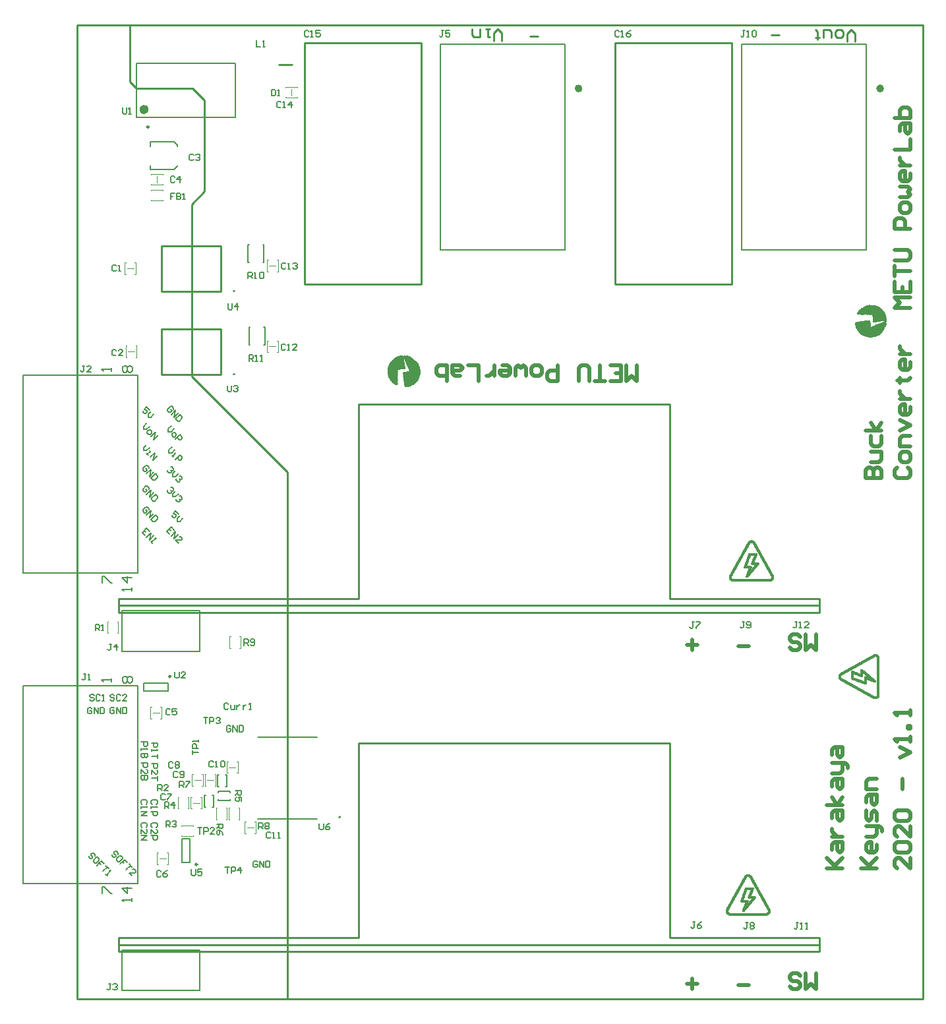
<source format=gto>
G04*
G04 #@! TF.GenerationSoftware,Altium Limited,Altium Designer,18.0.7 (293)*
G04*
G04 Layer_Color=65535*
%FSLAX25Y25*%
%MOIN*%
G70*
G01*
G75*
%ADD10C,0.00787*%
%ADD11C,0.00394*%
%ADD12C,0.00984*%
%ADD13C,0.02362*%
%ADD14C,0.01968*%
%ADD15C,0.01000*%
%ADD16C,0.00315*%
%ADD17C,0.00500*%
%ADD18C,0.00100*%
%ADD19C,0.02000*%
%ADD20C,0.00800*%
%ADD21C,0.00591*%
D10*
X129772Y125638D02*
G03*
X129772Y125638I-394J0D01*
G01*
X76307Y349563D02*
G03*
X76307Y349563I-394J0D01*
G01*
Y391563D02*
G03*
X76307Y391563I-394J0D01*
G01*
X27400Y91882D02*
Y192000D01*
X-30600Y91882D02*
X27400D01*
X-30600D02*
Y192000D01*
X27400D01*
X-30600Y349000D02*
X27400D01*
X-30600Y248882D02*
Y349000D01*
Y248882D02*
X27400D01*
Y349000D01*
X26500Y479417D02*
X76500D01*
X26500Y506583D02*
X76500D01*
X26500Y479417D02*
Y506583D01*
X76500Y479417D02*
Y506583D01*
X19400Y209543D02*
X58600D01*
X19400D02*
Y230043D01*
X58600D01*
Y209543D02*
Y230043D01*
Y38043D02*
Y58543D01*
X19400D02*
X58600D01*
X19400Y38043D02*
Y58543D01*
Y38043D02*
X58600D01*
X42602Y189532D02*
Y193468D01*
X30398Y189532D02*
Y193468D01*
X42602D01*
X30398Y189532D02*
X42602D01*
X49632Y102598D02*
Y114802D01*
X53569Y102598D02*
Y114802D01*
X49632D02*
X53569D01*
X49632Y102598D02*
X53569D01*
X33610Y466890D02*
X45766D01*
X33610Y464823D02*
Y466890D01*
Y453110D02*
Y455177D01*
Y453110D02*
X45766D01*
X47390Y464823D02*
Y465266D01*
X45766Y466890D02*
X47390Y465266D01*
X45766Y453110D02*
X47390Y454734D01*
Y455177D01*
D11*
X96882Y499437D02*
G03*
X96882Y499437I-197J0D01*
G01*
D12*
X32858Y474496D02*
G03*
X32858Y474496I-492J0D01*
G01*
X43980Y196815D02*
G03*
X43980Y196815I-492J0D01*
G01*
X57407Y101712D02*
G03*
X57407Y101712I-492J0D01*
G01*
D13*
X31618Y483354D02*
G03*
X31618Y483354I-1181J0D01*
G01*
D14*
X251134Y494000D02*
G03*
X251134Y494000I-984J0D01*
G01*
X403606D02*
G03*
X403606Y494000I-984J0D01*
G01*
D15*
X-3500Y526000D02*
X424200Y526000D01*
X424200Y33874D01*
X-3500Y526000D02*
X-3500Y33874D01*
X424200Y33874D01*
X39299Y349465D02*
X69220D01*
X39299Y349563D02*
Y372398D01*
X69220Y349563D02*
Y372398D01*
X39299D02*
X69220D01*
X39299Y391465D02*
X69220D01*
X39299Y391563D02*
Y414398D01*
X69220Y391563D02*
Y414398D01*
X39299D02*
X69220D01*
X98752Y505933D02*
X105346D01*
X17500Y232600D02*
X371831D01*
X17500Y229100D02*
Y232600D01*
Y236100D01*
X138900D01*
X371831Y232600D02*
Y236100D01*
Y229100D02*
Y232600D01*
X17500Y229100D02*
X371831D01*
X138900Y236100D02*
Y334525D01*
X296400Y236100D02*
X371831D01*
X296400D02*
Y334525D01*
X138900D02*
X296400D01*
X138900Y163025D02*
X296400D01*
Y64600D02*
Y163025D01*
Y64600D02*
X371831D01*
X138900D02*
Y163025D01*
X17500Y57600D02*
X371831D01*
Y61100D01*
Y64600D01*
X17500D02*
X138900D01*
X17500Y61100D02*
Y64600D01*
Y57600D02*
Y61100D01*
X371831D01*
X268472Y394976D02*
X327527D01*
X268472Y517024D02*
X327527D01*
X268472Y394976D02*
Y517024D01*
X327527Y394976D02*
Y517024D01*
X111472Y394976D02*
Y517024D01*
X170528Y394976D02*
Y517024D01*
X111472Y394976D02*
X170528D01*
X111472Y517024D02*
X170528D01*
X23250Y497250D02*
Y525750D01*
Y497250D02*
X26500Y494000D01*
X55000D01*
X61000Y488000D01*
Y442000D02*
Y488000D01*
X54500Y435500D02*
X61000Y442000D01*
X54500Y348500D02*
Y435500D01*
Y348500D02*
X103000Y300000D01*
X103000Y34300D02*
X103000Y300000D01*
X390100Y517702D02*
Y521701D01*
X388101Y523700D01*
X386101Y521701D01*
Y517702D01*
X383102Y523700D02*
X381103D01*
X380103Y522700D01*
Y520701D01*
X381103Y519701D01*
X383102D01*
X384102Y520701D01*
Y522700D01*
X383102Y523700D01*
X378104Y519701D02*
Y522700D01*
X377104Y523700D01*
X374105D01*
Y519701D01*
X371106Y518702D02*
Y519701D01*
X372106D01*
X370107D01*
X371106D01*
Y522700D01*
X370107Y523700D01*
X351700Y521201D02*
X347701D01*
X211200Y517902D02*
Y521901D01*
X209201Y523900D01*
X207201Y521901D01*
Y517902D01*
X205202Y523900D02*
X203203D01*
X204202D01*
Y519901D01*
X205202D01*
X200204Y523900D02*
Y519901D01*
X197204D01*
X196205Y520901D01*
Y523900D01*
X229700Y520401D02*
X225701D01*
D16*
X49395Y115944D02*
X55300D01*
X55300Y116456D02*
X55300Y115944D01*
X49395D02*
Y116456D01*
X55300Y120944D02*
Y121456D01*
X49395D02*
X49395Y120944D01*
X49395Y121456D02*
X55300D01*
X104953Y493772D02*
X104953Y490425D01*
X102000Y489244D02*
X107905D01*
X107905Y489756D02*
X107905Y489244D01*
X102000D02*
Y489756D01*
X107905Y494244D02*
Y494756D01*
X102000D02*
X102000Y494244D01*
X102000Y494756D02*
X107905D01*
X17356Y218600D02*
Y224505D01*
X16844Y224505D02*
X17356Y224505D01*
X16844Y218600D02*
X17356Y218600D01*
X11844Y224505D02*
X12356Y224505D01*
X11844Y218600D02*
X12356Y218600D01*
X11844Y218600D02*
Y224505D01*
X53056Y129894D02*
Y135800D01*
X52544Y135800D02*
X53056Y135800D01*
X52544Y129894D02*
X53056Y129894D01*
X47544Y135800D02*
X48056Y135800D01*
X47544Y129894D02*
X48056Y129894D01*
X47544Y129894D02*
Y135800D01*
X60256Y141394D02*
Y147300D01*
X59744Y147300D02*
X60256Y147300D01*
X59744Y141394D02*
X60256Y141394D01*
X54744Y147300D02*
X55256Y147300D01*
X54744Y141394D02*
X55256Y141394D01*
X54744Y141394D02*
Y147300D01*
X55925Y144347D02*
X59272Y144347D01*
X66656Y141400D02*
Y147306D01*
X66144Y147306D02*
X66656Y147306D01*
X66144Y141400D02*
X66656D01*
X61144Y147306D02*
X61656D01*
X61144Y141400D02*
X61656Y141400D01*
X61144Y141400D02*
Y147306D01*
X62325Y144352D02*
X65672Y144353D01*
X86956Y117400D02*
Y123305D01*
X86444Y123305D02*
X86956Y123305D01*
X86444Y117400D02*
X86956D01*
X81444Y123305D02*
X81956D01*
X81444Y117400D02*
X81956Y117400D01*
X81444Y117400D02*
Y123305D01*
X82625Y120352D02*
X85972Y120353D01*
X42556Y101700D02*
Y107606D01*
X42044Y107606D02*
X42556Y107606D01*
X42044Y101700D02*
X42556Y101700D01*
X37044Y107606D02*
X37556Y107606D01*
X37044Y101700D02*
X37556Y101700D01*
X37044Y101700D02*
Y107606D01*
X38225Y104653D02*
X41572Y104653D01*
X39256Y175495D02*
Y181400D01*
X38744Y181400D02*
X39256Y181400D01*
X38744Y175495D02*
X39256Y175495D01*
X33744Y181400D02*
X34256Y181400D01*
X33744Y175495D02*
X34256Y175495D01*
X33744Y175495D02*
Y181400D01*
X34925Y178447D02*
X38272Y178447D01*
X55225Y132847D02*
X58572Y132847D01*
X54044Y129894D02*
Y135800D01*
Y129894D02*
X54556Y129894D01*
X54044Y135800D02*
X54556Y135800D01*
X59044Y129894D02*
X59556Y129894D01*
X59044Y135800D02*
X59556Y135800D01*
Y129894D02*
Y135800D01*
X73644Y211100D02*
Y217005D01*
Y211100D02*
X74156Y211100D01*
X73644Y217005D02*
X74156Y217005D01*
X78644Y211100D02*
X79156Y211100D01*
X78644Y217005D02*
X79156Y217005D01*
Y211100D02*
Y217005D01*
X73328Y150853D02*
X76675Y150853D01*
X77856Y147900D02*
Y153805D01*
X77344Y153805D02*
X77856Y153805D01*
X77344Y147900D02*
X77856D01*
X72344Y153805D02*
X72856D01*
X72344Y147900D02*
X72856Y147900D01*
X72344Y147900D02*
Y153805D01*
X66844Y124500D02*
Y130405D01*
Y124500D02*
X67356Y124500D01*
X66844Y130405D02*
X67356D01*
X71844Y124500D02*
X72356D01*
X71844Y130405D02*
X72356Y130405D01*
Y124500D02*
Y130405D01*
X78656Y124400D02*
Y130306D01*
X78144Y130306D02*
X78656Y130306D01*
X78144Y124400D02*
X78656Y124400D01*
X73144Y130306D02*
X73656Y130306D01*
X73144Y124400D02*
X73656Y124400D01*
X73144Y124400D02*
Y130306D01*
X22425Y360952D02*
X25772Y360953D01*
X21244Y358000D02*
Y363906D01*
Y358000D02*
X21756Y358000D01*
X21244Y363906D02*
X21756D01*
X26244Y358000D02*
X26756D01*
X26244Y363906D02*
X26756Y363906D01*
Y358000D02*
Y363906D01*
X21925Y402952D02*
X25272Y402953D01*
X20744Y400000D02*
Y405905D01*
Y400000D02*
X21256Y400000D01*
X20744Y405905D02*
X21256D01*
X25744Y400000D02*
X26256D01*
X25744Y405905D02*
X26256Y405905D01*
Y400000D02*
Y405905D01*
X92744Y401500D02*
Y407406D01*
Y401500D02*
X93256Y401500D01*
X92744Y407406D02*
X93256D01*
X97744Y401500D02*
X98256D01*
X97744Y407406D02*
X98256Y407406D01*
Y401500D02*
Y407406D01*
X93728Y404453D02*
X97075Y404453D01*
X34000Y445244D02*
X39906D01*
X39906Y445756D02*
X39906Y445244D01*
X34000D02*
Y445756D01*
X39906Y450244D02*
Y450756D01*
X34000D02*
X34000Y450244D01*
X34000Y450756D02*
X39906D01*
X36952Y449575D02*
X36953Y446228D01*
X34000Y442756D02*
X39906D01*
X34000D02*
X34000Y442244D01*
X39906D02*
Y442756D01*
X34000Y437244D02*
Y437756D01*
X39906D02*
X39906Y437244D01*
X34000D02*
X39906D01*
X92744Y360595D02*
Y366500D01*
Y360595D02*
X93256Y360595D01*
X92744Y366500D02*
X93256D01*
X97744Y360595D02*
X98256D01*
X97744Y366500D02*
X98256Y366500D01*
Y360595D02*
Y366500D01*
X93728Y363547D02*
X97075Y363547D01*
D17*
X88039Y124831D02*
X117961D01*
X88039Y166169D02*
X117961D01*
X91000Y373500D02*
X91500D01*
X91000Y364500D02*
X91500D01*
X83500Y373500D02*
X84000D01*
X83500Y364500D02*
X84000D01*
X91500D02*
Y373500D01*
X83500Y364500D02*
Y373500D01*
X90500Y415000D02*
X91000D01*
X90500Y406000D02*
X91000D01*
X83000Y415000D02*
X83500D01*
X83000Y406000D02*
X83500D01*
X91000D02*
Y415000D01*
X83000Y406000D02*
Y415000D01*
X68100Y138600D02*
X74100D01*
X68100Y138000D02*
Y138600D01*
X74100Y138000D02*
Y138600D01*
X68100Y134000D02*
X74100Y134000D01*
X68100Y134000D02*
X68100Y134600D01*
X74100Y134000D02*
Y134600D01*
X67600Y141200D02*
Y147200D01*
Y141200D02*
X68200D01*
X67600Y147200D02*
X68200D01*
X72200Y141200D02*
X72200Y147200D01*
X71600Y141200D02*
X72200Y141200D01*
X71600Y147200D02*
X72200D01*
X405189Y373558D02*
X405655Y375297D01*
X403150Y370585D02*
X404651Y376187D01*
X402905Y370443D02*
X404406Y376046D01*
X402608Y370109D02*
X404161Y375904D01*
X402363Y369967D02*
X403916Y375763D01*
X402118Y369826D02*
X403723Y375815D01*
X401822Y369491D02*
X403478Y375673D01*
X401628Y369543D02*
X403233Y375532D01*
X391196Y372338D02*
X392232Y376202D01*
X391055Y372583D02*
X391987Y376061D01*
X390914Y372828D02*
X391793Y376112D01*
X390772Y373073D02*
X391549Y375971D01*
X390682Y373511D02*
X391355Y376023D01*
X390541Y373756D02*
X391110Y375881D01*
X390451Y374194D02*
X390917Y375933D01*
X390310Y374439D02*
X390672Y375792D01*
X390272Y375071D02*
X390479Y375843D01*
X390182Y375509D02*
X390234Y375702D01*
X404858Y376960D02*
X405427Y379085D01*
X399114Y378706D02*
X400564Y384115D01*
X399025Y379144D02*
X400370Y384167D01*
X398935Y379582D02*
X400177Y384219D01*
X398794Y379827D02*
X399984Y384270D01*
X398600Y379879D02*
X399791Y384322D01*
X398407Y379931D02*
X399598Y384374D01*
X398214Y379982D02*
X399405Y384426D01*
X397389Y379996D02*
X398580Y384440D01*
X397145Y379855D02*
X398387Y384491D01*
X396951Y379907D02*
X398194Y384543D01*
X396758Y379958D02*
X397949Y384402D01*
X396565Y380010D02*
X397756Y384454D01*
X396320Y379869D02*
X397562Y384505D01*
X396127Y379921D02*
X397369Y384557D01*
X395934Y379972D02*
X397124Y384416D01*
X395740Y380024D02*
X396931Y384467D01*
X395496Y379883D02*
X396686Y384326D01*
X395302Y379934D02*
X396493Y384378D01*
X395109Y379986D02*
X396248Y384236D01*
X394916Y380038D02*
X396055Y384288D01*
X394671Y379896D02*
X395810Y384147D01*
X394478Y379948D02*
X395565Y384005D01*
X394285Y380000D02*
X395372Y384057D01*
X394040Y379859D02*
X395127Y383915D01*
X393847Y379910D02*
X394882Y383774D01*
X393653Y379962D02*
X394637Y383633D01*
X393460Y380014D02*
X394392Y383491D01*
X403743Y371254D02*
X405089Y376277D01*
X403446Y370919D02*
X404844Y376135D01*
X405489Y376998D02*
X405645Y377577D01*
X405244Y376856D02*
X405607Y378209D01*
X405051Y376908D02*
X405517Y378647D01*
X397969Y379841D02*
X399211Y384477D01*
X397776Y379893D02*
X398966Y384336D01*
X397583Y379945D02*
X398773Y384388D01*
X404737Y372644D02*
X405720Y376315D01*
X404388Y372116D02*
X405579Y376560D01*
X404613Y376818D02*
X405286Y379330D01*
X404420Y376870D02*
X405196Y379768D01*
X404175Y376729D02*
X405055Y380013D01*
X403982Y376781D02*
X404914Y380258D01*
X403737Y376639D02*
X404772Y380503D01*
X401383Y369402D02*
X402988Y375390D01*
X401138Y369260D02*
X402743Y375249D01*
X400893Y369119D02*
X402550Y375301D01*
X400649Y368977D02*
X402305Y375159D01*
X400404Y368836D02*
X402060Y375018D01*
X400210Y368888D02*
X401815Y374876D01*
X399966Y368746D02*
X401622Y374928D01*
X399772Y368798D02*
X401377Y374787D01*
X399527Y368657D02*
X401132Y374645D01*
X399334Y368708D02*
X400887Y374504D01*
X399089Y368567D02*
X400694Y374556D01*
X398896Y368619D02*
X400449Y374414D01*
X398651Y368477D02*
X400204Y374273D01*
X398458Y368529D02*
X399959Y374131D01*
X398213Y368388D02*
X399714Y373990D01*
X398020Y368439D02*
X399521Y374042D01*
X397827Y368491D02*
X399276Y373900D01*
X397633Y368543D02*
X399031Y373759D01*
X397388Y368402D02*
X398786Y373618D01*
X397195Y368453D02*
X398593Y373669D01*
X397002Y368505D02*
X398348Y373528D01*
X396809Y368557D02*
X398103Y373386D01*
X396616Y368609D02*
X397858Y373245D01*
X396423Y368660D02*
X397717Y373490D01*
X396229Y368712D02*
X397627Y373928D01*
X396036Y368764D02*
X397589Y374559D01*
X395843Y368816D02*
X397499Y374998D01*
X395650Y368867D02*
X397462Y375629D01*
X395457Y368919D02*
X397372Y376067D01*
X395263Y368971D02*
X397334Y376698D01*
X394491Y369178D02*
X396509Y376712D01*
X394349Y369423D02*
X396265Y376571D01*
X394156Y369475D02*
X396071Y376623D01*
X393963Y369526D02*
X395878Y376674D01*
X393770Y369578D02*
X395633Y376533D01*
X393628Y369823D02*
X395440Y376585D01*
X393435Y369875D02*
X395195Y376443D01*
X393294Y370120D02*
X395002Y376495D01*
X393101Y370172D02*
X394809Y376547D01*
X392907Y370223D02*
X394564Y376405D01*
X392766Y370468D02*
X394371Y376457D01*
X392573Y370520D02*
X394126Y376316D01*
X392431Y370765D02*
X393932Y376367D01*
X392290Y371010D02*
X393739Y376419D01*
X392097Y371062D02*
X393494Y376278D01*
X391955Y371307D02*
X393301Y376329D01*
X391814Y371552D02*
X393056Y376188D01*
X391621Y371603D02*
X392863Y376240D01*
X391479Y371848D02*
X392670Y376292D01*
X391338Y372093D02*
X392425Y376150D01*
X393215Y379872D02*
X394147Y383350D01*
X393022Y379924D02*
X393902Y383208D01*
X392829Y379976D02*
X393657Y383067D01*
X392636Y380028D02*
X393412Y382926D01*
X392391Y379886D02*
X393167Y382784D01*
X392197Y379938D02*
X392870Y382450D01*
X392004Y379990D02*
X392625Y382308D01*
X391811Y380042D02*
X392329Y381974D01*
X391566Y379900D02*
X392032Y381639D01*
X391373Y379952D02*
X391684Y381111D01*
X391180Y380004D02*
X391335Y380583D01*
X404040Y371589D02*
X405334Y376418D01*
X395070Y369023D02*
X397141Y376750D01*
X394877Y369074D02*
X396948Y376802D01*
X394684Y369126D02*
X396703Y376660D01*
X403544Y376691D02*
X404631Y380748D01*
X403350Y376743D02*
X404489Y380993D01*
X403105Y376601D02*
X404348Y381238D01*
X402912Y376653D02*
X404206Y381483D01*
X402667Y376512D02*
X404065Y381728D01*
X402474Y376563D02*
X403872Y381779D01*
X402229Y376422D02*
X403730Y382024D01*
X402036Y376474D02*
X403537Y382076D01*
X401791Y376332D02*
X403396Y382321D01*
X401598Y376384D02*
X403254Y382566D01*
X401405Y376436D02*
X403061Y382618D01*
X401160Y376294D02*
X402920Y382863D01*
X400967Y376346D02*
X402727Y382914D01*
X400722Y376205D02*
X402533Y382966D01*
X400528Y376256D02*
X402392Y383211D01*
X400283Y376115D02*
X402199Y383263D01*
X400090Y376167D02*
X402006Y383315D01*
X399897Y376219D02*
X401864Y383560D01*
X399652Y376077D02*
X401671Y383611D01*
X399459Y376129D02*
X401478Y383663D01*
X399266Y376181D02*
X401285Y383715D01*
X399228Y376812D02*
X401143Y383960D01*
X399190Y377443D02*
X400950Y384012D01*
X399152Y378075D02*
X400757Y384063D01*
X163062Y358715D02*
X164800Y358249D01*
X162171Y357711D02*
X167774Y356210D01*
X162313Y357466D02*
X167915Y355965D01*
X162454Y357221D02*
X168250Y355668D01*
X162596Y356977D02*
X168391Y355423D01*
X162544Y356783D02*
X168533Y355179D01*
X162685Y356538D02*
X168867Y354882D01*
X162827Y356293D02*
X168816Y354689D01*
X162157Y345292D02*
X166020Y344257D01*
X162298Y345047D02*
X165775Y344115D01*
X162246Y344854D02*
X165530Y343974D01*
X162388Y344609D02*
X165286Y343832D01*
X162336Y344416D02*
X164847Y343743D01*
X162477Y344171D02*
X164602Y343601D01*
X162426Y343978D02*
X164164Y343512D01*
X162567Y343733D02*
X163919Y343370D01*
X162515Y343539D02*
X163288Y343332D01*
X162657Y343295D02*
X162850Y343243D01*
X159274Y358488D02*
X161399Y357918D01*
X154244Y353624D02*
X159653Y352175D01*
X154192Y353431D02*
X159214Y352085D01*
X154140Y353238D02*
X158776Y351995D01*
X154088Y353044D02*
X158531Y351854D01*
X154036Y352851D02*
X158480Y351661D01*
X153985Y352658D02*
X158428Y351467D01*
X153933Y352465D02*
X158376Y351274D01*
X153919Y351640D02*
X158362Y350450D01*
X153867Y351447D02*
X158504Y350205D01*
X153815Y351254D02*
X158452Y350012D01*
X153957Y351009D02*
X158400Y349818D01*
X153905Y350816D02*
X158348Y349625D01*
X153853Y350623D02*
X158490Y349380D01*
X153802Y350430D02*
X158438Y349187D01*
X153943Y350184D02*
X158386Y348994D01*
X153891Y349991D02*
X158335Y348801D01*
X154033Y349746D02*
X158476Y348556D01*
X153981Y349553D02*
X158424Y348363D01*
X154122Y349308D02*
X158372Y348169D01*
X154071Y349115D02*
X158321Y347976D01*
X154212Y348870D02*
X158462Y347731D01*
X154353Y348625D02*
X158410Y347538D01*
X154302Y348432D02*
X158359Y347345D01*
X154443Y348187D02*
X158500Y347100D01*
X154585Y347942D02*
X158448Y346907D01*
X154726Y347697D02*
X158396Y346714D01*
X154867Y347452D02*
X158345Y346520D01*
X162082Y358149D02*
X167105Y356804D01*
X162223Y357905D02*
X167439Y356507D01*
X160781Y358705D02*
X161361Y358550D01*
X160150Y358667D02*
X161502Y358305D01*
X159712Y358577D02*
X161451Y358112D01*
X153881Y352272D02*
X158518Y351029D01*
X154023Y352027D02*
X158466Y350836D01*
X153971Y351834D02*
X158414Y350643D01*
X162044Y358781D02*
X165715Y357797D01*
X161799Y358639D02*
X166242Y357449D01*
X159029Y358346D02*
X161540Y357673D01*
X158591Y358257D02*
X161488Y357480D01*
X158346Y358115D02*
X161630Y357235D01*
X158101Y357974D02*
X161578Y357042D01*
X157856Y357832D02*
X161720Y356797D01*
X162968Y356048D02*
X168957Y354444D01*
X163110Y355803D02*
X169098Y354199D01*
X163058Y355610D02*
X169240Y353954D01*
X163199Y355365D02*
X169381Y353709D01*
X163341Y355120D02*
X169523Y353464D01*
X163482Y354875D02*
X169471Y353271D01*
X163430Y354682D02*
X169612Y353026D01*
X163572Y354437D02*
X169561Y352833D01*
X163713Y354192D02*
X169702Y352588D01*
X163855Y353947D02*
X169650Y352395D01*
X163803Y353754D02*
X169792Y352150D01*
X163944Y353509D02*
X169740Y351956D01*
X164086Y353264D02*
X169881Y351711D01*
X164227Y353019D02*
X169829Y351518D01*
X164369Y352774D02*
X169971Y351273D01*
X164317Y352581D02*
X169919Y351080D01*
X164458Y352336D02*
X169868Y350887D01*
X164600Y352091D02*
X169816Y350694D01*
X164741Y351846D02*
X169957Y350449D01*
X164689Y351653D02*
X169905Y350256D01*
X164831Y351408D02*
X169854Y350062D01*
X164972Y351163D02*
X169802Y349869D01*
X165114Y350918D02*
X169750Y349676D01*
X164869Y350777D02*
X169698Y349483D01*
X164430Y350687D02*
X169647Y349290D01*
X163799Y350649D02*
X169595Y349096D01*
X163361Y350560D02*
X169543Y348903D01*
X162730Y350522D02*
X169491Y348710D01*
X162292Y350432D02*
X169439Y348517D01*
X161660Y350394D02*
X169388Y348324D01*
X161646Y349570D02*
X169181Y347551D01*
X161788Y349325D02*
X168936Y347410D01*
X161736Y349132D02*
X168884Y347216D01*
X161684Y348938D02*
X168832Y347023D01*
X161826Y348693D02*
X168780Y346830D01*
X161774Y348500D02*
X168535Y346689D01*
X161915Y348255D02*
X168484Y346495D01*
X161864Y348062D02*
X168239Y346354D01*
X161812Y347869D02*
X168187Y346161D01*
X161953Y347624D02*
X168135Y345968D01*
X161901Y347431D02*
X167890Y345826D01*
X162043Y347186D02*
X167839Y345633D01*
X161991Y346993D02*
X167594Y345492D01*
X161939Y346799D02*
X167349Y345350D01*
X162081Y346555D02*
X167297Y345157D01*
X162029Y346361D02*
X167052Y345016D01*
X162171Y346116D02*
X166807Y344874D01*
X162119Y345923D02*
X166755Y344681D01*
X162067Y345730D02*
X166510Y344539D01*
X162208Y345485D02*
X166265Y344398D01*
X155009Y347207D02*
X158486Y346275D01*
X155150Y346962D02*
X158434Y346082D01*
X155292Y346717D02*
X158383Y345889D01*
X155433Y346472D02*
X158331Y345696D01*
X155575Y346227D02*
X158472Y345451D01*
X155909Y345931D02*
X158421Y345258D01*
X156051Y345686D02*
X158369Y345065D01*
X156385Y345389D02*
X158317Y344871D01*
X156720Y345092D02*
X158458Y344626D01*
X157247Y344744D02*
X158407Y344433D01*
X157775Y344395D02*
X158355Y344240D01*
X161940Y358394D02*
X166770Y357100D01*
X161609Y350201D02*
X169336Y348130D01*
X161557Y350008D02*
X169284Y347937D01*
X161698Y349763D02*
X169232Y347744D01*
X157611Y357691D02*
X161668Y356604D01*
X157366Y357550D02*
X161616Y356411D01*
X157121Y357408D02*
X161757Y356166D01*
X156876Y357267D02*
X161706Y355973D01*
X156631Y357125D02*
X161847Y355728D01*
X156579Y356932D02*
X161795Y355535D01*
X156334Y356791D02*
X161937Y355290D01*
X156283Y356597D02*
X161885Y355096D01*
X156038Y356456D02*
X162026Y354851D01*
X155793Y356315D02*
X161975Y354658D01*
X155741Y356121D02*
X161923Y354465D01*
X155496Y355980D02*
X162064Y354220D01*
X155444Y355787D02*
X162013Y354027D01*
X155393Y355594D02*
X162154Y353782D01*
X155148Y355452D02*
X162102Y353589D01*
X155096Y355259D02*
X162244Y353344D01*
X155044Y355066D02*
X162192Y353151D01*
X154799Y354925D02*
X162140Y352958D01*
X154747Y354731D02*
X162282Y352712D01*
X154695Y354538D02*
X162230Y352519D01*
X154644Y354345D02*
X162178Y352326D01*
X154399Y354204D02*
X161547Y352288D01*
X154347Y354010D02*
X160915Y352250D01*
X154295Y353817D02*
X160284Y352213D01*
X64900Y136800D02*
X65500Y136800D01*
X64900Y130800D02*
X65500D01*
X65500Y136800D02*
X65500Y130800D01*
X60900Y136800D02*
X61500Y136800D01*
X60900Y130800D02*
X61500D01*
X60900D02*
X60900Y136800D01*
X243260Y412504D02*
Y516441D01*
X180268D02*
X243260D01*
X180268Y412504D02*
Y516441D01*
Y412504D02*
X243260D01*
X395732D02*
Y516441D01*
X332740D02*
X395732D01*
X332740Y412504D02*
Y516441D01*
Y412504D02*
X395732D01*
D18*
X401000Y185800D02*
Y187300D01*
X399100Y185800D02*
Y187000D01*
X399000Y185800D02*
Y187100D01*
X398900Y185900D02*
Y187100D01*
X398800Y185900D02*
Y187200D01*
X398700Y186000D02*
Y187200D01*
X398600Y186000D02*
Y187300D01*
X398500Y186100D02*
Y187300D01*
X398400Y186100D02*
Y187400D01*
X398300Y186200D02*
Y187400D01*
X398200Y186200D02*
Y187500D01*
X398100Y186300D02*
Y187600D01*
X398000Y186400D02*
Y187600D01*
X397900Y186400D02*
Y187700D01*
X397800Y186500D02*
Y187700D01*
X397700Y186500D02*
Y187800D01*
X397600Y186600D02*
Y187800D01*
X397500Y186600D02*
Y187900D01*
X397400Y186700D02*
Y187900D01*
X397300Y186700D02*
Y188000D01*
X397200Y186800D02*
Y188100D01*
X397100Y186900D02*
Y188100D01*
X397000Y186900D02*
Y188200D01*
X396900Y187000D02*
Y188200D01*
X396800Y187000D02*
Y188300D01*
X396700Y187100D02*
Y188300D01*
X396600Y187100D02*
Y188400D01*
X396500Y187200D02*
Y188400D01*
X396400Y187200D02*
Y188500D01*
X396200Y187300D02*
Y188600D01*
X396100Y187400D02*
Y188700D01*
X396000Y187500D02*
Y188700D01*
X395900Y187500D02*
Y188800D01*
X395800Y187600D02*
Y188800D01*
X395700Y187600D02*
Y188900D01*
X395600Y187700D02*
Y188900D01*
X395500Y187700D02*
Y189000D01*
X395400Y187800D02*
Y189000D01*
X395300Y187800D02*
Y189100D01*
X395200Y187900D02*
Y189200D01*
X395100Y188000D02*
Y189200D01*
X395000Y188000D02*
Y189300D01*
X394900Y188100D02*
Y189300D01*
X394800Y188100D02*
Y189400D01*
X394700Y188200D02*
Y189400D01*
X394600Y188200D02*
Y189500D01*
X394500Y188300D02*
Y189500D01*
X394400Y188300D02*
Y189600D01*
X394300Y188400D02*
Y189700D01*
X394200Y188500D02*
Y189700D01*
X394100Y188500D02*
Y189800D01*
X394000Y188600D02*
Y189800D01*
X393900Y188600D02*
Y189900D01*
X393800Y188700D02*
Y189900D01*
X393700Y188700D02*
Y190000D01*
X393600Y188800D02*
Y190000D01*
X393500Y188800D02*
Y190100D01*
X393400Y188900D02*
Y190200D01*
X393300Y189000D02*
Y190200D01*
X393200Y189000D02*
Y190300D01*
X393100Y189100D02*
Y190300D01*
X393000Y189100D02*
Y190400D01*
X392900Y189200D02*
Y190400D01*
X392800Y189200D02*
Y190500D01*
X392700Y189300D02*
Y190500D01*
X392600Y189300D02*
Y190600D01*
X392500Y189400D02*
Y190700D01*
X392400Y189500D02*
Y190700D01*
X392300Y189500D02*
Y190800D01*
X392200Y189600D02*
Y190800D01*
X392100Y189600D02*
Y190900D01*
X392000Y189700D02*
Y190900D01*
X391900Y189700D02*
Y191000D01*
X391800Y189800D02*
Y191100D01*
X391700Y189800D02*
Y191100D01*
X391600Y189900D02*
Y191200D01*
X391500Y190000D02*
Y191200D01*
X391400Y190000D02*
Y191300D01*
X391300Y190100D02*
Y191300D01*
X391200Y190100D02*
Y191400D01*
X391100Y190200D02*
Y191500D01*
X391000Y190200D02*
Y191500D01*
X390900Y190300D02*
Y191600D01*
X390800Y190400D02*
Y191600D01*
X390700Y190400D02*
Y191700D01*
X390600Y190500D02*
Y191700D01*
X390500Y190500D02*
Y191800D01*
X390400Y190600D02*
Y191800D01*
X390300Y190600D02*
Y191900D01*
X390200Y190700D02*
Y192000D01*
X390100Y190800D02*
Y192000D01*
X390000Y190800D02*
Y192100D01*
X389900Y190900D02*
Y192100D01*
X389800Y190900D02*
Y192200D01*
X389700Y191000D02*
Y192200D01*
X389600Y191000D02*
Y192300D01*
X389500Y191100D02*
Y192300D01*
X389400Y191100D02*
Y192400D01*
X389300Y191200D02*
Y192400D01*
X389200Y191300D02*
Y192500D01*
X389100Y191300D02*
Y192600D01*
X389000Y191400D02*
Y192600D01*
X388900Y191400D02*
Y192700D01*
X388800Y191500D02*
Y192700D01*
X388700Y191500D02*
Y192800D01*
X388600Y191600D02*
Y192800D01*
X388500Y191600D02*
Y192900D01*
X388400Y191700D02*
Y192900D01*
X388200Y191800D02*
Y193100D01*
X388100Y191900D02*
Y193100D01*
X388000Y191900D02*
Y193200D01*
X387900Y192000D02*
Y193200D01*
X387800Y192000D02*
Y193300D01*
X387700Y192100D02*
Y193300D01*
X387600Y192100D02*
Y193400D01*
X387500Y192200D02*
Y193400D01*
X387400Y192200D02*
Y193500D01*
X387300Y192300D02*
Y193600D01*
X387200Y192400D02*
Y193600D01*
X400200Y194200D02*
Y194600D01*
X400100Y194100D02*
Y194800D01*
X400000Y194000D02*
Y194900D01*
X399900Y193900D02*
Y195000D01*
X399800Y193900D02*
Y195100D01*
X399700Y193900D02*
Y195100D01*
X399600Y193900D02*
Y195200D01*
X399500Y193900D02*
Y195300D01*
X399400Y194000D02*
Y195400D01*
X399300Y194000D02*
Y195500D01*
X399200Y194100D02*
Y195600D01*
X399100Y194100D02*
Y195700D01*
X399000Y194100D02*
Y195700D01*
X398900Y194200D02*
Y195800D01*
X398800Y194200D02*
Y195900D01*
X398700Y194300D02*
Y196000D01*
X398600Y194300D02*
Y196100D01*
X398500Y194300D02*
Y196200D01*
X398400Y194400D02*
Y196200D01*
X398300Y194400D02*
Y196300D01*
X398200Y194500D02*
Y196400D01*
X398100Y194500D02*
Y196500D01*
X398000Y194500D02*
Y196600D01*
X397900Y194600D02*
Y196700D01*
X397800Y194600D02*
Y196800D01*
X397700Y194700D02*
Y196800D01*
X397600Y194700D02*
Y196900D01*
X397500Y194700D02*
Y197000D01*
X397400Y194800D02*
Y197100D01*
X397300Y194800D02*
Y197200D01*
X397200Y194900D02*
Y197300D01*
X397100Y194900D02*
Y197400D01*
X397000Y194900D02*
Y197400D01*
X396900Y195000D02*
Y197500D01*
X396800Y195000D02*
Y197600D01*
X396700Y196300D02*
Y197700D01*
Y195100D02*
Y196200D01*
X396600Y196400D02*
Y197800D01*
Y195100D02*
Y196300D01*
X396500Y196500D02*
Y197900D01*
Y195100D02*
Y196300D01*
X396400Y196600D02*
Y197900D01*
Y195200D02*
Y196400D01*
X396200Y196700D02*
Y198100D01*
Y195300D02*
Y196400D01*
X396100Y196800D02*
Y198200D01*
Y195300D02*
Y196500D01*
X396000Y196900D02*
Y198300D01*
Y195300D02*
Y196500D01*
X395900Y197000D02*
Y198400D01*
Y195400D02*
Y196600D01*
X395800Y197100D02*
Y198500D01*
Y195400D02*
Y196600D01*
X395700Y197200D02*
Y198500D01*
Y195500D02*
Y196600D01*
X395600Y197200D02*
Y198600D01*
Y195500D02*
Y196700D01*
X395500Y197300D02*
Y198700D01*
X395400Y197400D02*
Y198800D01*
X395300Y197500D02*
Y198900D01*
X395200Y197600D02*
Y199000D01*
X395100Y197700D02*
Y199100D01*
X395000Y197700D02*
Y199100D01*
X394900Y197800D02*
Y199200D01*
X394800Y197900D02*
Y199300D01*
X394700Y198000D02*
Y199400D01*
X394600Y198100D02*
Y199500D01*
X394500Y198200D02*
Y199600D01*
X394400Y198300D02*
Y199700D01*
X394300Y198300D02*
Y199700D01*
X394200Y198400D02*
Y199800D01*
X394100Y198500D02*
Y199900D01*
X394000Y198600D02*
Y200000D01*
X393900Y198700D02*
Y200100D01*
X393800Y198800D02*
Y200200D01*
X393700Y197100D02*
Y200300D01*
X393600Y196900D02*
Y200300D01*
X393500Y196800D02*
Y200400D01*
X393400Y196700D02*
Y200500D01*
X393300Y196600D02*
Y200500D01*
X393200Y196600D02*
Y200500D01*
X393100Y196700D02*
Y200500D01*
X393000Y196700D02*
Y200500D01*
X392900Y196700D02*
Y200500D01*
X392800Y196800D02*
Y200400D01*
X392700Y196800D02*
Y200300D01*
Y193800D02*
Y194900D01*
X392600Y196800D02*
Y198000D01*
Y193800D02*
Y195000D01*
X392500Y196900D02*
Y198100D01*
Y193800D02*
Y195000D01*
X392400Y196900D02*
Y198100D01*
Y193900D02*
Y195000D01*
X392300Y197000D02*
Y198100D01*
Y193900D02*
Y195100D01*
X392200Y197000D02*
Y198200D01*
Y193900D02*
Y195100D01*
X392100Y197000D02*
Y198200D01*
Y194000D02*
Y195100D01*
X392000Y197100D02*
Y198300D01*
Y194000D02*
Y195200D01*
X391900Y197100D02*
Y198300D01*
Y194100D02*
Y195200D01*
X391800Y197200D02*
Y198300D01*
Y194100D02*
Y195300D01*
X391700Y197200D02*
Y198400D01*
Y194100D02*
Y195300D01*
X391600Y197200D02*
Y198400D01*
Y194200D02*
Y195300D01*
X391500Y197300D02*
Y198500D01*
Y194200D02*
Y195400D01*
X391400Y197300D02*
Y198500D01*
Y194200D02*
Y195400D01*
X391300Y197400D02*
Y198500D01*
Y194300D02*
Y195400D01*
X391200Y197400D02*
Y198600D01*
Y194300D02*
Y195500D01*
X391100Y197400D02*
Y198600D01*
Y194400D02*
Y195500D01*
X391000Y197500D02*
Y198700D01*
Y194400D02*
Y195600D01*
X390900Y197500D02*
Y198700D01*
Y194400D02*
Y195600D01*
X390800Y197600D02*
Y198800D01*
Y194500D02*
Y195600D01*
X390700Y197600D02*
Y198800D01*
Y194500D02*
Y195700D01*
X390600Y197600D02*
Y198800D01*
Y194500D02*
Y195700D01*
X390500Y197700D02*
Y198900D01*
Y194600D02*
Y195700D01*
X390400Y197700D02*
Y198900D01*
Y194600D02*
Y195800D01*
X390300Y197800D02*
Y199000D01*
Y194600D02*
Y195800D01*
X390200Y197800D02*
Y199000D01*
Y194700D02*
Y195800D01*
X390100Y197800D02*
Y199000D01*
Y194700D02*
Y195900D01*
X390000Y197900D02*
Y199100D01*
Y194700D02*
Y195900D01*
X389900Y197900D02*
Y199100D01*
Y194800D02*
Y195900D01*
X389800Y198000D02*
Y199200D01*
Y194800D02*
Y196000D01*
X389700Y198000D02*
Y199200D01*
Y194900D02*
Y196000D01*
X389600Y198000D02*
Y199200D01*
Y194900D02*
Y196100D01*
X389500Y198100D02*
Y199300D01*
Y194900D02*
Y196100D01*
X389400Y198100D02*
Y199300D01*
Y195000D02*
Y196100D01*
X389300Y198200D02*
Y199400D01*
Y195000D02*
Y196200D01*
X389200Y198200D02*
Y199400D01*
Y195000D02*
Y196200D01*
X389100Y195100D02*
Y199400D01*
X389000Y195100D02*
Y199500D01*
X388900Y195100D02*
Y199500D01*
X388800Y195200D02*
Y199600D01*
X388700Y195200D02*
Y199600D01*
X388600Y195200D02*
Y199600D01*
X388500Y195300D02*
Y199600D01*
X388400Y195300D02*
Y199600D01*
X388200Y195400D02*
Y199500D01*
X388100Y200400D02*
Y201600D01*
Y195600D02*
Y199300D01*
X388000Y200300D02*
Y201600D01*
X387900Y200300D02*
Y201500D01*
X387800Y200200D02*
Y201500D01*
X387700Y200200D02*
Y201400D01*
X387600Y200100D02*
Y201400D01*
X387500Y200100D02*
Y201300D01*
X387400Y200000D02*
Y201300D01*
X387300Y199900D02*
Y201200D01*
X387200Y199900D02*
Y201100D01*
X387100Y199800D02*
Y201100D01*
X387000Y199800D02*
Y201000D01*
X386900Y199700D02*
Y201000D01*
X386800Y199700D02*
Y200900D01*
X386700Y199600D02*
Y200900D01*
X386600Y199600D02*
Y200800D01*
X386500Y199500D02*
Y200800D01*
X386400Y199400D02*
Y200700D01*
X386300Y199400D02*
Y200600D01*
X386200Y199300D02*
Y200600D01*
X386100Y199300D02*
Y200500D01*
X386000Y199200D02*
Y200500D01*
X385900Y199200D02*
Y200400D01*
X385800Y199100D02*
Y200400D01*
X385700Y199100D02*
Y200300D01*
X385600Y199000D02*
Y200300D01*
X385500Y198900D02*
Y200200D01*
X385400Y198900D02*
Y200100D01*
X385300Y198800D02*
Y200100D01*
X385200Y198800D02*
Y200000D01*
X385100Y198700D02*
Y200000D01*
X385000Y198700D02*
Y199900D01*
X384900Y198600D02*
Y199900D01*
X384800Y198600D02*
Y199800D01*
X384700Y198500D02*
Y199800D01*
X384600Y198400D02*
Y199700D01*
Y193800D02*
Y195100D01*
X384500Y198400D02*
Y199600D01*
Y193900D02*
Y195100D01*
X384400Y198300D02*
Y199600D01*
Y193900D02*
Y195200D01*
X384300Y198300D02*
Y199500D01*
Y194000D02*
Y195200D01*
X384200Y198200D02*
Y199500D01*
Y194000D02*
Y195300D01*
X384100Y198200D02*
Y199400D01*
Y194100D02*
Y195300D01*
X384000Y198100D02*
Y199400D01*
Y194100D02*
Y195400D01*
X383900Y198100D02*
Y199300D01*
Y194200D02*
Y195400D01*
X383800Y198000D02*
Y199300D01*
Y194200D02*
Y195500D01*
X383700Y198000D02*
Y199200D01*
Y194300D02*
Y195500D01*
X383600Y197900D02*
Y199200D01*
Y194300D02*
Y195600D01*
X383500Y197800D02*
Y199100D01*
Y194400D02*
Y195700D01*
X383400Y197800D02*
Y199000D01*
Y194500D02*
Y195700D01*
X383300Y197700D02*
Y199000D01*
Y194500D02*
Y195800D01*
X383200Y197700D02*
Y198900D01*
Y194600D02*
Y195800D01*
X383100Y197600D02*
Y198900D01*
Y194600D02*
Y195900D01*
X383000Y197600D02*
Y198800D01*
Y194700D02*
Y195900D01*
X382900Y197500D02*
Y198800D01*
Y194700D02*
Y196000D01*
X382800Y197400D02*
Y198700D01*
Y194800D02*
Y196100D01*
X382700Y197300D02*
Y198700D01*
Y194800D02*
Y196200D01*
X382600Y197000D02*
Y198600D01*
Y194900D02*
Y196500D01*
X382500Y195000D02*
Y198500D01*
X382400Y195000D02*
Y198500D01*
X382300Y195100D02*
Y198400D01*
X382200Y195200D02*
Y198300D01*
X382100Y195300D02*
Y198200D01*
X382000Y195400D02*
Y198100D01*
X381900Y195500D02*
Y198000D01*
X381800Y195600D02*
Y197900D01*
X381700Y195800D02*
Y197700D01*
X381600Y196000D02*
Y197500D01*
X381500Y196400D02*
Y197100D01*
X401000Y206200D02*
Y207700D01*
X400900Y206400D02*
Y207800D01*
X400800Y206600D02*
Y207900D01*
X400700Y206700D02*
Y207900D01*
X400600Y206800D02*
Y207900D01*
X400500Y206800D02*
Y207900D01*
X400400Y206900D02*
Y207900D01*
X400300Y206900D02*
Y207900D01*
X400200Y206900D02*
Y207900D01*
X400100Y206900D02*
Y207900D01*
X400000Y206900D02*
Y207900D01*
X399900Y206900D02*
Y207900D01*
X399800Y206900D02*
Y207900D01*
X399700Y206800D02*
Y207900D01*
X399600Y206800D02*
Y207900D01*
X399500Y206700D02*
Y207900D01*
X399400Y206700D02*
Y207900D01*
X399300Y206600D02*
Y207800D01*
X399200Y206500D02*
Y207800D01*
X399100Y206500D02*
Y207700D01*
X399000Y206400D02*
Y207700D01*
X398900Y206400D02*
Y207600D01*
X398800Y206300D02*
Y207600D01*
X398700Y206300D02*
Y207500D01*
X398600Y206200D02*
Y207500D01*
X398500Y206200D02*
Y207400D01*
X398400Y206100D02*
Y207400D01*
X398300Y206100D02*
Y207300D01*
X398200Y206000D02*
Y207300D01*
X398100Y205900D02*
Y207200D01*
X398000Y205900D02*
Y207100D01*
X397900Y205800D02*
Y207100D01*
X397800Y205800D02*
Y207000D01*
X397700Y205700D02*
Y207000D01*
X397600Y205700D02*
Y206900D01*
X397500Y205600D02*
Y206900D01*
X397400Y205600D02*
Y206800D01*
X397300Y205500D02*
Y206800D01*
X397200Y205400D02*
Y206700D01*
X397100Y205400D02*
Y206600D01*
X397000Y205300D02*
Y206600D01*
X396900Y205300D02*
Y206500D01*
X396800Y205200D02*
Y206500D01*
X396700Y205200D02*
Y206400D01*
X396600Y205100D02*
Y206400D01*
X396500Y205100D02*
Y206300D01*
X396400Y205000D02*
Y206300D01*
X396200Y204900D02*
Y206200D01*
X396100Y204800D02*
Y206100D01*
X396000Y204800D02*
Y206000D01*
X395900Y204700D02*
Y206000D01*
X395800Y204700D02*
Y205900D01*
X395700Y204600D02*
Y205900D01*
X395600Y204600D02*
Y205800D01*
X395500Y204500D02*
Y205800D01*
X395400Y204500D02*
Y205700D01*
X395300Y204400D02*
Y205700D01*
X395200Y204300D02*
Y205600D01*
X395100Y204300D02*
Y205500D01*
X395000Y204200D02*
Y205500D01*
X394900Y204200D02*
Y205400D01*
X394800Y204100D02*
Y205400D01*
X394700Y204100D02*
Y205300D01*
X394600Y204000D02*
Y205300D01*
X394500Y204000D02*
Y205200D01*
X394400Y203900D02*
Y205200D01*
X394300Y203800D02*
Y205100D01*
X394200Y203800D02*
Y205000D01*
X394100Y203700D02*
Y205000D01*
X394000Y203700D02*
Y204900D01*
X393900Y203600D02*
Y204900D01*
X393800Y203600D02*
Y204800D01*
X393700Y203500D02*
Y204800D01*
X393600Y203500D02*
Y204700D01*
X393500Y203400D02*
Y204700D01*
X393400Y203300D02*
Y204600D01*
X393300Y203300D02*
Y204500D01*
X393200Y203200D02*
Y204500D01*
X393100Y203200D02*
Y204400D01*
X393000Y203100D02*
Y204400D01*
X392900Y203100D02*
Y204300D01*
X392800Y203000D02*
Y204300D01*
X392700Y203000D02*
Y204200D01*
X392600Y202900D02*
Y204200D01*
X392500Y202800D02*
Y204100D01*
X392400Y202800D02*
Y204000D01*
X392300Y202700D02*
Y204000D01*
X392200Y202700D02*
Y203900D01*
X392100Y202600D02*
Y203900D01*
X392000Y202600D02*
Y203800D01*
X391900Y202500D02*
Y203800D01*
X391800Y202400D02*
Y203700D01*
X391700Y202400D02*
Y203700D01*
X391600Y202300D02*
Y203600D01*
X391500Y202300D02*
Y203500D01*
X391400Y202200D02*
Y203500D01*
X391300Y202200D02*
Y203400D01*
X391200Y202100D02*
Y203400D01*
X391100Y202000D02*
Y203300D01*
X391000Y202000D02*
Y203300D01*
X390900Y201900D02*
Y203200D01*
X390800Y201900D02*
Y203100D01*
X390700Y201800D02*
Y203100D01*
X390600Y201800D02*
Y203000D01*
X396300Y187300D02*
Y188500D01*
X388300Y191700D02*
Y193000D01*
X396300Y196600D02*
Y198000D01*
Y195200D02*
Y196400D01*
X388300Y195400D02*
Y199500D01*
X396300Y205000D02*
Y206200D01*
X402100Y187200D02*
Y206300D01*
X402000Y186900D02*
Y206600D01*
X401900Y186600D02*
Y206900D01*
X401800Y186500D02*
Y207000D01*
X401700Y186300D02*
Y207200D01*
X401600Y186200D02*
Y207300D01*
X401500Y186100D02*
Y207400D01*
X401400Y186000D02*
Y207500D01*
X401300Y185900D02*
Y207600D01*
X401200Y185900D02*
Y207600D01*
X401100Y185800D02*
Y207700D01*
X400900Y185700D02*
Y187100D01*
X400800Y185600D02*
Y186900D01*
X400700Y185600D02*
Y186800D01*
X400600Y185600D02*
Y186700D01*
X400500Y185600D02*
Y186700D01*
X400400Y185600D02*
Y186600D01*
X400300Y185600D02*
Y186600D01*
X400200Y185600D02*
Y186600D01*
X400100Y185600D02*
Y186600D01*
X400000Y185600D02*
Y186600D01*
X399900Y185600D02*
Y186600D01*
X399800Y185600D02*
Y186600D01*
X399700Y185600D02*
Y186700D01*
X399600Y185600D02*
Y186700D01*
X399500Y185600D02*
Y186800D01*
X399400Y185600D02*
Y186800D01*
X399300Y185700D02*
Y186900D01*
X399200Y185700D02*
Y186900D01*
X395500Y193200D02*
Y196700D01*
X395400Y193100D02*
Y196800D01*
X395300Y193000D02*
Y196800D01*
X395200Y193000D02*
Y196800D01*
X395100Y193000D02*
Y196900D01*
X395000Y193000D02*
Y196900D01*
X394900Y193000D02*
Y196800D01*
X394800Y193000D02*
Y196800D01*
X394700Y193000D02*
Y196700D01*
X394600Y193100D02*
Y196600D01*
X394500Y193100D02*
Y196400D01*
X394400Y193200D02*
Y194300D01*
X394300Y193200D02*
Y194400D01*
X394200Y193200D02*
Y194400D01*
X394100Y193300D02*
Y194400D01*
X394000Y193300D02*
Y194500D01*
X393900Y193300D02*
Y194500D01*
X393800Y193400D02*
Y194500D01*
X393700Y193400D02*
Y194600D01*
X393600Y193400D02*
Y194600D01*
X393500Y193500D02*
Y194600D01*
X393400Y193500D02*
Y194700D01*
X393300Y193500D02*
Y194700D01*
X393200Y193600D02*
Y194800D01*
X393100Y193600D02*
Y194800D01*
X393000Y193700D02*
Y194800D01*
X392900Y193700D02*
Y194900D01*
X392800Y193700D02*
Y194900D01*
X390500Y201700D02*
Y203000D01*
X390400Y201700D02*
Y202900D01*
X390300Y201600D02*
Y202900D01*
X390200Y201500D02*
Y202800D01*
X390100Y201500D02*
Y202700D01*
X390000Y201400D02*
Y202700D01*
X389900Y201400D02*
Y202600D01*
X389800Y201300D02*
Y202600D01*
X389700Y201300D02*
Y202500D01*
X389600Y201200D02*
Y202500D01*
X389500Y201200D02*
Y202400D01*
X389400Y201100D02*
Y202400D01*
X389300Y201100D02*
Y202300D01*
X389200Y201000D02*
Y202200D01*
X389100Y200900D02*
Y202200D01*
X389000Y200900D02*
Y202100D01*
X388900Y200800D02*
Y202100D01*
X388800Y200800D02*
Y202000D01*
X388700Y200700D02*
Y202000D01*
X388600Y200700D02*
Y201900D01*
X388500Y200600D02*
Y201900D01*
X388400Y200600D02*
Y201800D01*
X388200Y200400D02*
Y201700D01*
X387100Y192400D02*
Y193700D01*
X387000Y192500D02*
Y193700D01*
X386900Y192500D02*
Y193800D01*
X386800Y192600D02*
Y193800D01*
X386700Y192600D02*
Y193900D01*
X386600Y192700D02*
Y193900D01*
X386500Y192700D02*
Y194000D01*
X386400Y192800D02*
Y194100D01*
X386300Y192900D02*
Y194100D01*
X386200Y192900D02*
Y194200D01*
X386100Y193000D02*
Y194200D01*
X386000Y193000D02*
Y194300D01*
X385900Y193100D02*
Y194300D01*
X385800Y193100D02*
Y194400D01*
X385700Y193200D02*
Y194400D01*
X385600Y193200D02*
Y194500D01*
X385500Y193300D02*
Y194600D01*
X385400Y193400D02*
Y194600D01*
X385300Y193400D02*
Y194700D01*
X385200Y193500D02*
Y194700D01*
X385100Y193500D02*
Y194800D01*
X385000Y193600D02*
Y194800D01*
X384900Y193600D02*
Y194900D01*
X384800Y193700D02*
Y194900D01*
X384700Y193700D02*
Y195000D01*
X388300Y200500D02*
Y201800D01*
X324800Y77300D02*
X326300D01*
X324800Y79200D02*
X326000D01*
X324800Y79300D02*
X326100D01*
X324900Y79400D02*
X326100D01*
X324900Y79500D02*
X326200D01*
X325000Y79600D02*
X326200D01*
X325000Y79700D02*
X326300D01*
X325100Y79800D02*
X326300D01*
X325100Y79900D02*
X326400D01*
X325200Y80000D02*
X326400D01*
X325200Y80100D02*
X326500D01*
X325300Y80200D02*
X326600D01*
X325400Y80300D02*
X326600D01*
X325400Y80400D02*
X326700D01*
X325500Y80500D02*
X326700D01*
X325500Y80600D02*
X326800D01*
X325600Y80700D02*
X326800D01*
X325600Y80800D02*
X326900D01*
X325700Y80900D02*
X326900D01*
X325700Y81000D02*
X327000D01*
X325800Y81100D02*
X327100D01*
X325900Y81200D02*
X327100D01*
X325900Y81300D02*
X327200D01*
X326000Y81400D02*
X327200D01*
X326000Y81500D02*
X327300D01*
X326100Y81600D02*
X327300D01*
X326100Y81700D02*
X327400D01*
X326200Y81800D02*
X327400D01*
X326200Y81900D02*
X327500D01*
X326300Y82100D02*
X327600D01*
X326400Y82200D02*
X327700D01*
X326500Y82300D02*
X327700D01*
X326500Y82400D02*
X327800D01*
X326600Y82500D02*
X327800D01*
X326600Y82600D02*
X327900D01*
X326700Y82700D02*
X327900D01*
X326700Y82800D02*
X328000D01*
X326800Y82900D02*
X328000D01*
X326800Y83000D02*
X328100D01*
X326900Y83100D02*
X328200D01*
X327000Y83200D02*
X328200D01*
X327000Y83300D02*
X328300D01*
X327100Y83400D02*
X328300D01*
X327100Y83500D02*
X328400D01*
X327200Y83600D02*
X328400D01*
X327200Y83700D02*
X328500D01*
X327300Y83800D02*
X328500D01*
X327300Y83900D02*
X328600D01*
X327400Y84000D02*
X328700D01*
X327500Y84100D02*
X328700D01*
X327500Y84200D02*
X328800D01*
X327600Y84300D02*
X328800D01*
X327600Y84400D02*
X328900D01*
X327700Y84500D02*
X328900D01*
X327700Y84600D02*
X329000D01*
X327800Y84700D02*
X329000D01*
X327800Y84800D02*
X329100D01*
X327900Y84900D02*
X329200D01*
X328000Y85000D02*
X329200D01*
X328000Y85100D02*
X329300D01*
X328100Y85200D02*
X329300D01*
X328100Y85300D02*
X329400D01*
X328200Y85400D02*
X329400D01*
X328200Y85500D02*
X329500D01*
X328300Y85600D02*
X329500D01*
X328300Y85700D02*
X329600D01*
X328400Y85800D02*
X329700D01*
X328500Y85900D02*
X329700D01*
X328500Y86000D02*
X329800D01*
X328600Y86100D02*
X329800D01*
X328600Y86200D02*
X329900D01*
X328700Y86300D02*
X329900D01*
X328700Y86400D02*
X330000D01*
X328800Y86500D02*
X330100D01*
X328800Y86600D02*
X330100D01*
X328900Y86700D02*
X330200D01*
X329000Y86800D02*
X330200D01*
X329000Y86900D02*
X330300D01*
X329100Y87000D02*
X330300D01*
X329100Y87100D02*
X330400D01*
X329200Y87200D02*
X330500D01*
X329200Y87300D02*
X330500D01*
X329300Y87400D02*
X330600D01*
X329400Y87500D02*
X330600D01*
X329400Y87600D02*
X330700D01*
X329500Y87700D02*
X330700D01*
X329500Y87800D02*
X330800D01*
X329600Y87900D02*
X330800D01*
X329600Y88000D02*
X330900D01*
X329700Y88100D02*
X331000D01*
X329800Y88200D02*
X331000D01*
X329800Y88300D02*
X331100D01*
X329900Y88400D02*
X331100D01*
X329900Y88500D02*
X331200D01*
X330000Y88600D02*
X331200D01*
X330000Y88700D02*
X331300D01*
X330100Y88800D02*
X331300D01*
X330100Y88900D02*
X331400D01*
X330200Y89000D02*
X331400D01*
X330300Y89100D02*
X331500D01*
X330300Y89200D02*
X331600D01*
X330400Y89300D02*
X331600D01*
X330400Y89400D02*
X331700D01*
X330500Y89500D02*
X331700D01*
X330500Y89600D02*
X331800D01*
X330600Y89700D02*
X331800D01*
X330600Y89800D02*
X331900D01*
X330700Y89900D02*
X331900D01*
X330800Y90100D02*
X332100D01*
X330900Y90200D02*
X332100D01*
X330900Y90300D02*
X332200D01*
X331000Y90400D02*
X332200D01*
X331000Y90500D02*
X332300D01*
X331100Y90600D02*
X332300D01*
X331100Y90700D02*
X332400D01*
X331200Y90800D02*
X332400D01*
X331200Y90900D02*
X332500D01*
X331300Y91000D02*
X332600D01*
X331400Y91100D02*
X332600D01*
X333200Y78100D02*
X333600D01*
X333100Y78200D02*
X333800D01*
X333000Y78300D02*
X333900D01*
X332900Y78400D02*
X334000D01*
X332900Y78500D02*
X334100D01*
X332900Y78600D02*
X334100D01*
X332900Y78700D02*
X334200D01*
X332900Y78800D02*
X334300D01*
X333000Y78900D02*
X334400D01*
X333000Y79000D02*
X334500D01*
X333100Y79100D02*
X334600D01*
X333100Y79200D02*
X334700D01*
X333100Y79300D02*
X334700D01*
X333200Y79400D02*
X334800D01*
X333200Y79500D02*
X334900D01*
X333300Y79600D02*
X335000D01*
X333300Y79700D02*
X335100D01*
X333300Y79800D02*
X335200D01*
X333400Y79900D02*
X335200D01*
X333400Y80000D02*
X335300D01*
X333500Y80100D02*
X335400D01*
X333500Y80200D02*
X335500D01*
X333500Y80300D02*
X335600D01*
X333600Y80400D02*
X335700D01*
X333600Y80500D02*
X335800D01*
X333700Y80600D02*
X335800D01*
X333700Y80700D02*
X335900D01*
X333700Y80800D02*
X336000D01*
X333800Y80900D02*
X336100D01*
X333800Y81000D02*
X336200D01*
X333900Y81100D02*
X336300D01*
X333900Y81200D02*
X336400D01*
X333900Y81300D02*
X336400D01*
X334000Y81400D02*
X336500D01*
X334000Y81500D02*
X336600D01*
X335300Y81600D02*
X336700D01*
X334100D02*
X335200D01*
X335400Y81700D02*
X336800D01*
X334100D02*
X335300D01*
X335500Y81800D02*
X336900D01*
X334100D02*
X335300D01*
X335600Y81900D02*
X336900D01*
X334200D02*
X335400D01*
X335700Y82100D02*
X337100D01*
X334300D02*
X335400D01*
X335800Y82200D02*
X337200D01*
X334300D02*
X335500D01*
X335900Y82300D02*
X337300D01*
X334300D02*
X335500D01*
X336000Y82400D02*
X337400D01*
X334400D02*
X335600D01*
X336100Y82500D02*
X337500D01*
X334400D02*
X335600D01*
X336200Y82600D02*
X337500D01*
X334500D02*
X335600D01*
X336200Y82700D02*
X337600D01*
X334500D02*
X335700D01*
X336300Y82800D02*
X337700D01*
X336400Y82900D02*
X337800D01*
X336500Y83000D02*
X337900D01*
X336600Y83100D02*
X338000D01*
X336700Y83200D02*
X338100D01*
X336700Y83300D02*
X338100D01*
X336800Y83400D02*
X338200D01*
X336900Y83500D02*
X338300D01*
X337000Y83600D02*
X338400D01*
X337100Y83700D02*
X338500D01*
X337200Y83800D02*
X338600D01*
X337300Y83900D02*
X338700D01*
X337300Y84000D02*
X338700D01*
X337400Y84100D02*
X338800D01*
X337500Y84200D02*
X338900D01*
X337600Y84300D02*
X339000D01*
X337700Y84400D02*
X339100D01*
X337800Y84500D02*
X339200D01*
X336100Y84600D02*
X339300D01*
X335900Y84700D02*
X339300D01*
X335800Y84800D02*
X339400D01*
X335700Y84900D02*
X339500D01*
X335600Y85000D02*
X339500D01*
X335600Y85100D02*
X339500D01*
X335700Y85200D02*
X339500D01*
X335700Y85300D02*
X339500D01*
X335700Y85400D02*
X339500D01*
X335800Y85500D02*
X339400D01*
X335800Y85600D02*
X339300D01*
X332800D02*
X333900D01*
X335800Y85700D02*
X337000D01*
X332800D02*
X334000D01*
X335900Y85800D02*
X337100D01*
X332800D02*
X334000D01*
X335900Y85900D02*
X337100D01*
X332900D02*
X334000D01*
X336000Y86000D02*
X337100D01*
X332900D02*
X334100D01*
X336000Y86100D02*
X337200D01*
X332900D02*
X334100D01*
X336000Y86200D02*
X337200D01*
X333000D02*
X334100D01*
X336100Y86300D02*
X337300D01*
X333000D02*
X334200D01*
X336100Y86400D02*
X337300D01*
X333100D02*
X334200D01*
X336200Y86500D02*
X337300D01*
X333100D02*
X334300D01*
X336200Y86600D02*
X337400D01*
X333100D02*
X334300D01*
X336200Y86700D02*
X337400D01*
X333200D02*
X334300D01*
X336300Y86800D02*
X337500D01*
X333200D02*
X334400D01*
X336300Y86900D02*
X337500D01*
X333200D02*
X334400D01*
X336400Y87000D02*
X337500D01*
X333300D02*
X334400D01*
X336400Y87100D02*
X337600D01*
X333300D02*
X334500D01*
X336400Y87200D02*
X337600D01*
X333400D02*
X334500D01*
X336500Y87300D02*
X337700D01*
X333400D02*
X334600D01*
X336500Y87400D02*
X337700D01*
X333400D02*
X334600D01*
X336600Y87500D02*
X337800D01*
X333500D02*
X334600D01*
X336600Y87600D02*
X337800D01*
X333500D02*
X334700D01*
X336600Y87700D02*
X337800D01*
X333500D02*
X334700D01*
X336700Y87800D02*
X337900D01*
X333600D02*
X334700D01*
X336700Y87900D02*
X337900D01*
X333600D02*
X334800D01*
X336800Y88000D02*
X338000D01*
X333600D02*
X334800D01*
X336800Y88100D02*
X338000D01*
X333700D02*
X334800D01*
X336800Y88200D02*
X338000D01*
X333700D02*
X334900D01*
X336900Y88300D02*
X338100D01*
X333700D02*
X334900D01*
X336900Y88400D02*
X338100D01*
X333800D02*
X334900D01*
X337000Y88500D02*
X338200D01*
X333800D02*
X335000D01*
X337000Y88600D02*
X338200D01*
X333900D02*
X335000D01*
X337000Y88700D02*
X338200D01*
X333900D02*
X335100D01*
X337100Y88800D02*
X338300D01*
X333900D02*
X335100D01*
X337100Y88900D02*
X338300D01*
X334000D02*
X335100D01*
X337200Y89000D02*
X338400D01*
X334000D02*
X335200D01*
X337200Y89100D02*
X338400D01*
X334000D02*
X335200D01*
X334100Y89200D02*
X338400D01*
X334100Y89300D02*
X338500D01*
X334100Y89400D02*
X338500D01*
X334200Y89500D02*
X338600D01*
X334200Y89600D02*
X338600D01*
X334200Y89700D02*
X338600D01*
X334300Y89800D02*
X338600D01*
X334300Y89900D02*
X338600D01*
X334400Y90100D02*
X338500D01*
X339400Y90200D02*
X340600D01*
X334600D02*
X338300D01*
X339300Y90300D02*
X340600D01*
X339300Y90400D02*
X340500D01*
X339200Y90500D02*
X340500D01*
X339200Y90600D02*
X340400D01*
X339100Y90700D02*
X340400D01*
X339100Y90800D02*
X340300D01*
X339000Y90900D02*
X340300D01*
X338900Y91000D02*
X340200D01*
X338900Y91100D02*
X340100D01*
X338800Y91200D02*
X340100D01*
X338800Y91300D02*
X340000D01*
X338700Y91400D02*
X340000D01*
X338700Y91500D02*
X339900D01*
X338600Y91600D02*
X339900D01*
X338600Y91700D02*
X339800D01*
X338500Y91800D02*
X339800D01*
X338400Y91900D02*
X339700D01*
X338400Y92000D02*
X339600D01*
X338300Y92100D02*
X339600D01*
X338300Y92200D02*
X339500D01*
X338200Y92300D02*
X339500D01*
X338200Y92400D02*
X339400D01*
X338100Y92500D02*
X339400D01*
X338100Y92600D02*
X339300D01*
X338000Y92700D02*
X339300D01*
X337900Y92800D02*
X339200D01*
X337900Y92900D02*
X339100D01*
X337800Y93000D02*
X339100D01*
X337800Y93100D02*
X339000D01*
X337700Y93200D02*
X339000D01*
X337700Y93300D02*
X338900D01*
X337600Y93400D02*
X338900D01*
X337600Y93500D02*
X338800D01*
X337500Y93600D02*
X338800D01*
X337400Y93700D02*
X338700D01*
X332800D02*
X334100D01*
X337400Y93800D02*
X338600D01*
X332900D02*
X334100D01*
X337300Y93900D02*
X338600D01*
X332900D02*
X334200D01*
X337300Y94000D02*
X338500D01*
X333000D02*
X334200D01*
X337200Y94100D02*
X338500D01*
X333000D02*
X334300D01*
X337200Y94200D02*
X338400D01*
X333100D02*
X334300D01*
X337100Y94300D02*
X338400D01*
X333100D02*
X334400D01*
X337100Y94400D02*
X338300D01*
X333200D02*
X334400D01*
X337000Y94500D02*
X338300D01*
X333200D02*
X334500D01*
X337000Y94600D02*
X338200D01*
X333300D02*
X334500D01*
X336900Y94700D02*
X338200D01*
X333300D02*
X334600D01*
X336800Y94800D02*
X338100D01*
X333400D02*
X334700D01*
X336800Y94900D02*
X338000D01*
X333500D02*
X334700D01*
X336700Y95000D02*
X338000D01*
X333500D02*
X334800D01*
X336700Y95100D02*
X337900D01*
X333600D02*
X334800D01*
X336600Y95200D02*
X337900D01*
X333600D02*
X334900D01*
X336600Y95300D02*
X337800D01*
X333700D02*
X334900D01*
X336500Y95400D02*
X337800D01*
X333700D02*
X335000D01*
X336400Y95500D02*
X337700D01*
X333800D02*
X335100D01*
X336300Y95600D02*
X337700D01*
X333800D02*
X335200D01*
X336000Y95700D02*
X337600D01*
X333900D02*
X335500D01*
X334000Y95800D02*
X337500D01*
X334000Y95900D02*
X337500D01*
X334100Y96000D02*
X337400D01*
X334200Y96100D02*
X337300D01*
X334300Y96200D02*
X337200D01*
X334400Y96300D02*
X337100D01*
X334500Y96400D02*
X337000D01*
X334600Y96500D02*
X336900D01*
X334800Y96600D02*
X336700D01*
X335000Y96700D02*
X336500D01*
X335400Y96800D02*
X336100D01*
X345200Y77300D02*
X346700D01*
X345400Y77400D02*
X346800D01*
X345600Y77500D02*
X346900D01*
X345700Y77600D02*
X346900D01*
X345800Y77700D02*
X346900D01*
X345800Y77800D02*
X346900D01*
X345900Y77900D02*
X346900D01*
X345900Y78000D02*
X346900D01*
X345900Y78100D02*
X346900D01*
X345900Y78200D02*
X346900D01*
X345900Y78300D02*
X346900D01*
X345900Y78400D02*
X346900D01*
X345900Y78500D02*
X346900D01*
X345800Y78600D02*
X346900D01*
X345800Y78700D02*
X346900D01*
X345700Y78800D02*
X346900D01*
X345700Y78900D02*
X346900D01*
X345600Y79000D02*
X346800D01*
X345500Y79100D02*
X346800D01*
X345500Y79200D02*
X346700D01*
X345400Y79300D02*
X346700D01*
X345400Y79400D02*
X346600D01*
X345300Y79500D02*
X346600D01*
X345300Y79600D02*
X346500D01*
X345200Y79700D02*
X346500D01*
X345200Y79800D02*
X346400D01*
X345100Y79900D02*
X346400D01*
X345100Y80000D02*
X346300D01*
X345000Y80100D02*
X346300D01*
X344900Y80200D02*
X346200D01*
X344900Y80300D02*
X346100D01*
X344800Y80400D02*
X346100D01*
X344800Y80500D02*
X346000D01*
X344700Y80600D02*
X346000D01*
X344700Y80700D02*
X345900D01*
X344600Y80800D02*
X345900D01*
X344600Y80900D02*
X345800D01*
X344500Y81000D02*
X345800D01*
X344400Y81100D02*
X345700D01*
X344400Y81200D02*
X345600D01*
X344300Y81300D02*
X345600D01*
X344300Y81400D02*
X345500D01*
X344200Y81500D02*
X345500D01*
X344200Y81600D02*
X345400D01*
X344100Y81700D02*
X345400D01*
X344100Y81800D02*
X345300D01*
X344000Y81900D02*
X345300D01*
X343900Y82100D02*
X345200D01*
X343800Y82200D02*
X345100D01*
X343800Y82300D02*
X345000D01*
X343700Y82400D02*
X345000D01*
X343700Y82500D02*
X344900D01*
X343600Y82600D02*
X344900D01*
X343600Y82700D02*
X344800D01*
X343500Y82800D02*
X344800D01*
X343500Y82900D02*
X344700D01*
X343400Y83000D02*
X344700D01*
X343300Y83100D02*
X344600D01*
X343300Y83200D02*
X344500D01*
X343200Y83300D02*
X344500D01*
X343200Y83400D02*
X344400D01*
X343100Y83500D02*
X344400D01*
X343100Y83600D02*
X344300D01*
X343000Y83700D02*
X344300D01*
X343000Y83800D02*
X344200D01*
X342900Y83900D02*
X344200D01*
X342800Y84000D02*
X344100D01*
X342800Y84100D02*
X344000D01*
X342700Y84200D02*
X344000D01*
X342700Y84300D02*
X343900D01*
X342600Y84400D02*
X343900D01*
X342600Y84500D02*
X343800D01*
X342500Y84600D02*
X343800D01*
X342500Y84700D02*
X343700D01*
X342400Y84800D02*
X343700D01*
X342300Y84900D02*
X343600D01*
X342300Y85000D02*
X343500D01*
X342200Y85100D02*
X343500D01*
X342200Y85200D02*
X343400D01*
X342100Y85300D02*
X343400D01*
X342100Y85400D02*
X343300D01*
X342000Y85500D02*
X343300D01*
X342000Y85600D02*
X343200D01*
X341900Y85700D02*
X343200D01*
X341800Y85800D02*
X343100D01*
X341800Y85900D02*
X343000D01*
X341700Y86000D02*
X343000D01*
X341700Y86100D02*
X342900D01*
X341600Y86200D02*
X342900D01*
X341600Y86300D02*
X342800D01*
X341500Y86400D02*
X342800D01*
X341400Y86500D02*
X342700D01*
X341400Y86600D02*
X342700D01*
X341300Y86700D02*
X342600D01*
X341300Y86800D02*
X342500D01*
X341200Y86900D02*
X342500D01*
X341200Y87000D02*
X342400D01*
X341100Y87100D02*
X342400D01*
X341000Y87200D02*
X342300D01*
X341000Y87300D02*
X342300D01*
X340900Y87400D02*
X342200D01*
X340900Y87500D02*
X342100D01*
X340800Y87600D02*
X342100D01*
X340800Y87700D02*
X342000D01*
X326300Y82000D02*
X327500D01*
X330700Y90000D02*
X332000D01*
X335600Y82000D02*
X337000D01*
X334200D02*
X335400D01*
X334400Y90000D02*
X338500D01*
X344000Y82000D02*
X345200D01*
X326200Y76200D02*
X345300D01*
X325900Y76300D02*
X345600D01*
X325600Y76400D02*
X345900D01*
X325500Y76500D02*
X346000D01*
X325300Y76600D02*
X346200D01*
X325200Y76700D02*
X346300D01*
X325100Y76800D02*
X346400D01*
X325000Y76900D02*
X346500D01*
X324900Y77000D02*
X346600D01*
X324900Y77100D02*
X346600D01*
X324800Y77200D02*
X346700D01*
X324700Y77400D02*
X326100D01*
X324600Y77500D02*
X325900D01*
X324600Y77600D02*
X325800D01*
X324600Y77700D02*
X325700D01*
X324600Y77800D02*
X325700D01*
X324600Y77900D02*
X325600D01*
X324600Y78000D02*
X325600D01*
X324600Y78100D02*
X325600D01*
X324600Y78200D02*
X325600D01*
X324600Y78300D02*
X325600D01*
X324600Y78400D02*
X325600D01*
X324600Y78500D02*
X325600D01*
X324600Y78600D02*
X325700D01*
X324600Y78700D02*
X325700D01*
X324600Y78800D02*
X325800D01*
X324600Y78900D02*
X325800D01*
X324700Y79000D02*
X325900D01*
X324700Y79100D02*
X325900D01*
X332200Y82800D02*
X335700D01*
X332100Y82900D02*
X335800D01*
X332000Y83000D02*
X335800D01*
X332000Y83100D02*
X335800D01*
X332000Y83200D02*
X335900D01*
X332000Y83300D02*
X335900D01*
X332000Y83400D02*
X335800D01*
X332000Y83500D02*
X335800D01*
X332000Y83600D02*
X335700D01*
X332100Y83700D02*
X335600D01*
X332100Y83800D02*
X335400D01*
X332200Y83900D02*
X333300D01*
X332200Y84000D02*
X333400D01*
X332200Y84100D02*
X333400D01*
X332300Y84200D02*
X333400D01*
X332300Y84300D02*
X333500D01*
X332300Y84400D02*
X333500D01*
X332400Y84500D02*
X333500D01*
X332400Y84600D02*
X333600D01*
X332400Y84700D02*
X333600D01*
X332500Y84800D02*
X333600D01*
X332500Y84900D02*
X333700D01*
X332500Y85000D02*
X333700D01*
X332600Y85100D02*
X333800D01*
X332600Y85200D02*
X333800D01*
X332700Y85300D02*
X333800D01*
X332700Y85400D02*
X333900D01*
X332700Y85500D02*
X333900D01*
X340700Y87800D02*
X342000D01*
X340700Y87900D02*
X341900D01*
X340600Y88000D02*
X341900D01*
X340500Y88100D02*
X341800D01*
X340500Y88200D02*
X341700D01*
X340400Y88300D02*
X341700D01*
X340400Y88400D02*
X341600D01*
X340300Y88500D02*
X341600D01*
X340300Y88600D02*
X341500D01*
X340200Y88700D02*
X341500D01*
X340200Y88800D02*
X341400D01*
X340100Y88900D02*
X341400D01*
X340100Y89000D02*
X341300D01*
X340000Y89100D02*
X341200D01*
X339900Y89200D02*
X341200D01*
X339900Y89300D02*
X341100D01*
X339800Y89400D02*
X341100D01*
X339800Y89500D02*
X341000D01*
X339700Y89600D02*
X341000D01*
X339700Y89700D02*
X340900D01*
X339600Y89800D02*
X340900D01*
X339600Y89900D02*
X340800D01*
X339400Y90100D02*
X340700D01*
X331400Y91200D02*
X332700D01*
X331500Y91300D02*
X332700D01*
X331500Y91400D02*
X332800D01*
X331600Y91500D02*
X332800D01*
X331600Y91600D02*
X332900D01*
X331700Y91700D02*
X332900D01*
X331700Y91800D02*
X333000D01*
X331800Y91900D02*
X333100D01*
X331900Y92000D02*
X333100D01*
X331900Y92100D02*
X333200D01*
X332000Y92200D02*
X333200D01*
X332000Y92300D02*
X333300D01*
X332100Y92400D02*
X333300D01*
X332100Y92500D02*
X333400D01*
X332200Y92600D02*
X333400D01*
X332200Y92700D02*
X333500D01*
X332300Y92800D02*
X333600D01*
X332400Y92900D02*
X333600D01*
X332400Y93000D02*
X333700D01*
X332500Y93100D02*
X333700D01*
X332500Y93200D02*
X333800D01*
X332600Y93300D02*
X333800D01*
X332600Y93400D02*
X333900D01*
X332700Y93500D02*
X333900D01*
X332700Y93600D02*
X334000D01*
X339500Y90000D02*
X340800D01*
X326500Y246100D02*
X328000D01*
X326500Y248000D02*
X327700D01*
X326500Y248100D02*
X327800D01*
X326600Y248200D02*
X327800D01*
X326600Y248300D02*
X327900D01*
X326700Y248400D02*
X327900D01*
X326700Y248500D02*
X328000D01*
X326800Y248600D02*
X328000D01*
X326800Y248700D02*
X328100D01*
X326900Y248800D02*
X328100D01*
X326900Y248900D02*
X328200D01*
X327000Y249000D02*
X328300D01*
X327100Y249100D02*
X328300D01*
X327100Y249200D02*
X328400D01*
X327200Y249300D02*
X328400D01*
X327200Y249400D02*
X328500D01*
X327300Y249500D02*
X328500D01*
X327300Y249600D02*
X328600D01*
X327400Y249700D02*
X328600D01*
X327400Y249800D02*
X328700D01*
X327500Y249900D02*
X328800D01*
X327600Y250000D02*
X328800D01*
X327600Y250100D02*
X328900D01*
X327700Y250200D02*
X328900D01*
X327700Y250300D02*
X329000D01*
X327800Y250400D02*
X329000D01*
X327800Y250500D02*
X329100D01*
X327900Y250600D02*
X329100D01*
X327900Y250700D02*
X329200D01*
X328000Y250900D02*
X329300D01*
X328100Y251000D02*
X329400D01*
X328200Y251100D02*
X329400D01*
X328200Y251200D02*
X329500D01*
X328300Y251300D02*
X329500D01*
X328300Y251400D02*
X329600D01*
X328400Y251500D02*
X329600D01*
X328400Y251600D02*
X329700D01*
X328500Y251700D02*
X329700D01*
X328500Y251800D02*
X329800D01*
X328600Y251900D02*
X329900D01*
X328700Y252000D02*
X329900D01*
X328700Y252100D02*
X330000D01*
X328800Y252200D02*
X330000D01*
X328800Y252300D02*
X330100D01*
X328900Y252400D02*
X330100D01*
X328900Y252500D02*
X330200D01*
X329000Y252600D02*
X330200D01*
X329000Y252700D02*
X330300D01*
X329100Y252800D02*
X330400D01*
X329200Y252900D02*
X330400D01*
X329200Y253000D02*
X330500D01*
X329300Y253100D02*
X330500D01*
X329300Y253200D02*
X330600D01*
X329400Y253300D02*
X330600D01*
X329400Y253400D02*
X330700D01*
X329500Y253500D02*
X330700D01*
X329500Y253600D02*
X330800D01*
X329600Y253700D02*
X330900D01*
X329700Y253800D02*
X330900D01*
X329700Y253900D02*
X331000D01*
X329800Y254000D02*
X331000D01*
X329800Y254100D02*
X331100D01*
X329900Y254200D02*
X331100D01*
X329900Y254300D02*
X331200D01*
X330000Y254400D02*
X331200D01*
X330000Y254500D02*
X331300D01*
X330100Y254600D02*
X331400D01*
X330200Y254700D02*
X331400D01*
X330200Y254800D02*
X331500D01*
X330300Y254900D02*
X331500D01*
X330300Y255000D02*
X331600D01*
X330400Y255100D02*
X331600D01*
X330400Y255200D02*
X331700D01*
X330500Y255300D02*
X331800D01*
X330500Y255400D02*
X331800D01*
X330600Y255500D02*
X331900D01*
X330700Y255600D02*
X331900D01*
X330700Y255700D02*
X332000D01*
X330800Y255800D02*
X332000D01*
X330800Y255900D02*
X332100D01*
X330900Y256000D02*
X332200D01*
X330900Y256100D02*
X332200D01*
X331000Y256200D02*
X332300D01*
X331100Y256300D02*
X332300D01*
X331100Y256400D02*
X332400D01*
X331200Y256500D02*
X332400D01*
X331200Y256600D02*
X332500D01*
X331300Y256700D02*
X332500D01*
X331300Y256800D02*
X332600D01*
X331400Y256900D02*
X332700D01*
X331500Y257000D02*
X332700D01*
X331500Y257100D02*
X332800D01*
X331600Y257200D02*
X332800D01*
X331600Y257300D02*
X332900D01*
X331700Y257400D02*
X332900D01*
X331700Y257500D02*
X333000D01*
X331800Y257600D02*
X333000D01*
X331800Y257700D02*
X333100D01*
X331900Y257800D02*
X333100D01*
X332000Y257900D02*
X333200D01*
X332000Y258000D02*
X333300D01*
X332100Y258100D02*
X333300D01*
X332100Y258200D02*
X333400D01*
X332200Y258300D02*
X333400D01*
X332200Y258400D02*
X333500D01*
X332300Y258500D02*
X333500D01*
X332300Y258600D02*
X333600D01*
X332400Y258700D02*
X333600D01*
X332500Y258900D02*
X333800D01*
X332600Y259000D02*
X333800D01*
X332600Y259100D02*
X333900D01*
X332700Y259200D02*
X333900D01*
X332700Y259300D02*
X334000D01*
X332800Y259400D02*
X334000D01*
X332800Y259500D02*
X334100D01*
X332900Y259600D02*
X334100D01*
X332900Y259700D02*
X334200D01*
X333000Y259800D02*
X334300D01*
X333100Y259900D02*
X334300D01*
X334900Y246900D02*
X335300D01*
X334800Y247000D02*
X335500D01*
X334700Y247100D02*
X335600D01*
X334600Y247200D02*
X335700D01*
X334600Y247300D02*
X335800D01*
X334600Y247400D02*
X335800D01*
X334600Y247500D02*
X335900D01*
X334600Y247600D02*
X336000D01*
X334700Y247700D02*
X336100D01*
X334700Y247800D02*
X336200D01*
X334800Y247900D02*
X336300D01*
X334800Y248000D02*
X336400D01*
X334800Y248100D02*
X336400D01*
X334900Y248200D02*
X336500D01*
X334900Y248300D02*
X336600D01*
X335000Y248400D02*
X336700D01*
X335000Y248500D02*
X336800D01*
X335000Y248600D02*
X336900D01*
X335100Y248700D02*
X336900D01*
X335100Y248800D02*
X337000D01*
X335200Y248900D02*
X337100D01*
X335200Y249000D02*
X337200D01*
X335200Y249100D02*
X337300D01*
X335300Y249200D02*
X337400D01*
X335300Y249300D02*
X337500D01*
X335400Y249400D02*
X337500D01*
X335400Y249500D02*
X337600D01*
X335400Y249600D02*
X337700D01*
X335500Y249700D02*
X337800D01*
X335500Y249800D02*
X337900D01*
X335600Y249900D02*
X338000D01*
X335600Y250000D02*
X338100D01*
X335600Y250100D02*
X338100D01*
X335700Y250200D02*
X338200D01*
X335700Y250300D02*
X338300D01*
X337000Y250400D02*
X338400D01*
X335800D02*
X336900D01*
X337100Y250500D02*
X338500D01*
X335800D02*
X337000D01*
X337200Y250600D02*
X338600D01*
X335800D02*
X337000D01*
X337300Y250700D02*
X338600D01*
X335900D02*
X337100D01*
X337400Y250900D02*
X338800D01*
X336000D02*
X337100D01*
X337500Y251000D02*
X338900D01*
X336000D02*
X337200D01*
X337600Y251100D02*
X339000D01*
X336000D02*
X337200D01*
X337700Y251200D02*
X339100D01*
X336100D02*
X337300D01*
X337800Y251300D02*
X339200D01*
X336100D02*
X337300D01*
X337900Y251400D02*
X339200D01*
X336200D02*
X337300D01*
X337900Y251500D02*
X339300D01*
X336200D02*
X337400D01*
X338000Y251600D02*
X339400D01*
X338100Y251700D02*
X339500D01*
X338200Y251800D02*
X339600D01*
X338300Y251900D02*
X339700D01*
X338400Y252000D02*
X339800D01*
X338400Y252100D02*
X339800D01*
X338500Y252200D02*
X339900D01*
X338600Y252300D02*
X340000D01*
X338700Y252400D02*
X340100D01*
X338800Y252500D02*
X340200D01*
X338900Y252600D02*
X340300D01*
X339000Y252700D02*
X340400D01*
X339000Y252800D02*
X340400D01*
X339100Y252900D02*
X340500D01*
X339200Y253000D02*
X340600D01*
X339300Y253100D02*
X340700D01*
X339400Y253200D02*
X340800D01*
X339500Y253300D02*
X340900D01*
X337800Y253400D02*
X341000D01*
X337600Y253500D02*
X341000D01*
X337500Y253600D02*
X341100D01*
X337400Y253700D02*
X341200D01*
X337300Y253800D02*
X341200D01*
X337300Y253900D02*
X341200D01*
X337400Y254000D02*
X341200D01*
X337400Y254100D02*
X341200D01*
X337400Y254200D02*
X341200D01*
X337500Y254300D02*
X341100D01*
X337500Y254400D02*
X341000D01*
X334500D02*
X335600D01*
X337500Y254500D02*
X338700D01*
X334500D02*
X335700D01*
X337600Y254600D02*
X338800D01*
X334500D02*
X335700D01*
X337600Y254700D02*
X338800D01*
X334600D02*
X335700D01*
X337700Y254800D02*
X338800D01*
X334600D02*
X335800D01*
X337700Y254900D02*
X338900D01*
X334600D02*
X335800D01*
X337700Y255000D02*
X338900D01*
X334700D02*
X335800D01*
X337800Y255100D02*
X339000D01*
X334700D02*
X335900D01*
X337800Y255200D02*
X339000D01*
X334800D02*
X335900D01*
X337900Y255300D02*
X339000D01*
X334800D02*
X336000D01*
X337900Y255400D02*
X339100D01*
X334800D02*
X336000D01*
X337900Y255500D02*
X339100D01*
X334900D02*
X336000D01*
X338000Y255600D02*
X339200D01*
X334900D02*
X336100D01*
X338000Y255700D02*
X339200D01*
X334900D02*
X336100D01*
X338100Y255800D02*
X339200D01*
X335000D02*
X336100D01*
X338100Y255900D02*
X339300D01*
X335000D02*
X336200D01*
X338100Y256000D02*
X339300D01*
X335100D02*
X336200D01*
X338200Y256100D02*
X339400D01*
X335100D02*
X336300D01*
X338200Y256200D02*
X339400D01*
X335100D02*
X336300D01*
X338300Y256300D02*
X339500D01*
X335200D02*
X336300D01*
X338300Y256400D02*
X339500D01*
X335200D02*
X336400D01*
X338300Y256500D02*
X339500D01*
X335200D02*
X336400D01*
X338400Y256600D02*
X339600D01*
X335300D02*
X336400D01*
X338400Y256700D02*
X339600D01*
X335300D02*
X336500D01*
X338500Y256800D02*
X339700D01*
X335300D02*
X336500D01*
X338500Y256900D02*
X339700D01*
X335400D02*
X336500D01*
X338500Y257000D02*
X339700D01*
X335400D02*
X336600D01*
X338600Y257100D02*
X339800D01*
X335400D02*
X336600D01*
X338600Y257200D02*
X339800D01*
X335500D02*
X336600D01*
X338700Y257300D02*
X339900D01*
X335500D02*
X336700D01*
X338700Y257400D02*
X339900D01*
X335600D02*
X336700D01*
X338700Y257500D02*
X339900D01*
X335600D02*
X336800D01*
X338800Y257600D02*
X340000D01*
X335600D02*
X336800D01*
X338800Y257700D02*
X340000D01*
X335700D02*
X336800D01*
X338900Y257800D02*
X340100D01*
X335700D02*
X336900D01*
X338900Y257900D02*
X340100D01*
X335700D02*
X336900D01*
X335800Y258000D02*
X340100D01*
X335800Y258100D02*
X340200D01*
X335800Y258200D02*
X340200D01*
X335900Y258300D02*
X340300D01*
X335900Y258400D02*
X340300D01*
X335900Y258500D02*
X340300D01*
X336000Y258600D02*
X340300D01*
X336000Y258700D02*
X340300D01*
X336100Y258900D02*
X340200D01*
X341100Y259000D02*
X342300D01*
X336300D02*
X340000D01*
X341000Y259100D02*
X342300D01*
X341000Y259200D02*
X342200D01*
X340900Y259300D02*
X342200D01*
X340900Y259400D02*
X342100D01*
X340800Y259500D02*
X342100D01*
X340800Y259600D02*
X342000D01*
X340700Y259700D02*
X342000D01*
X340600Y259800D02*
X341900D01*
X340600Y259900D02*
X341800D01*
X340500Y260000D02*
X341800D01*
X340500Y260100D02*
X341700D01*
X340400Y260200D02*
X341700D01*
X340400Y260300D02*
X341600D01*
X340300Y260400D02*
X341600D01*
X340300Y260500D02*
X341500D01*
X340200Y260600D02*
X341500D01*
X340100Y260700D02*
X341400D01*
X340100Y260800D02*
X341300D01*
X340000Y260900D02*
X341300D01*
X340000Y261000D02*
X341200D01*
X339900Y261100D02*
X341200D01*
X339900Y261200D02*
X341100D01*
X339800Y261300D02*
X341100D01*
X339800Y261400D02*
X341000D01*
X339700Y261500D02*
X341000D01*
X339600Y261600D02*
X340900D01*
X339600Y261700D02*
X340800D01*
X339500Y261800D02*
X340800D01*
X339500Y261900D02*
X340700D01*
X339400Y262000D02*
X340700D01*
X339400Y262100D02*
X340600D01*
X339300Y262200D02*
X340600D01*
X339300Y262300D02*
X340500D01*
X339200Y262400D02*
X340500D01*
X339100Y262500D02*
X340400D01*
X334500D02*
X335800D01*
X339100Y262600D02*
X340300D01*
X334600D02*
X335800D01*
X339000Y262700D02*
X340300D01*
X334600D02*
X335900D01*
X339000Y262800D02*
X340200D01*
X334700D02*
X335900D01*
X338900Y262900D02*
X340200D01*
X334700D02*
X336000D01*
X338900Y263000D02*
X340100D01*
X334800D02*
X336000D01*
X338800Y263100D02*
X340100D01*
X334800D02*
X336100D01*
X338800Y263200D02*
X340000D01*
X334900D02*
X336100D01*
X338700Y263300D02*
X340000D01*
X334900D02*
X336200D01*
X338700Y263400D02*
X339900D01*
X335000D02*
X336200D01*
X338600Y263500D02*
X339900D01*
X335000D02*
X336300D01*
X338500Y263600D02*
X339800D01*
X335100D02*
X336400D01*
X338500Y263700D02*
X339700D01*
X335200D02*
X336400D01*
X338400Y263800D02*
X339700D01*
X335200D02*
X336500D01*
X338400Y263900D02*
X339600D01*
X335300D02*
X336500D01*
X338300Y264000D02*
X339600D01*
X335300D02*
X336600D01*
X338300Y264100D02*
X339500D01*
X335400D02*
X336600D01*
X338200Y264200D02*
X339500D01*
X335400D02*
X336700D01*
X338100Y264300D02*
X339400D01*
X335500D02*
X336800D01*
X338000Y264400D02*
X339400D01*
X335500D02*
X336900D01*
X337700Y264500D02*
X339300D01*
X335600D02*
X337200D01*
X335700Y264600D02*
X339200D01*
X335700Y264700D02*
X339200D01*
X335800Y264800D02*
X339100D01*
X335900Y264900D02*
X339000D01*
X336000Y265000D02*
X338900D01*
X336100Y265100D02*
X338800D01*
X336200Y265200D02*
X338700D01*
X336300Y265300D02*
X338600D01*
X336500Y265400D02*
X338400D01*
X336700Y265500D02*
X338200D01*
X337100Y265600D02*
X337800D01*
X346900Y246100D02*
X348400D01*
X347100Y246200D02*
X348500D01*
X347300Y246300D02*
X348600D01*
X347400Y246400D02*
X348600D01*
X347500Y246500D02*
X348600D01*
X347500Y246600D02*
X348600D01*
X347600Y246700D02*
X348600D01*
X347600Y246800D02*
X348600D01*
X347600Y246900D02*
X348600D01*
X347600Y247000D02*
X348600D01*
X347600Y247100D02*
X348600D01*
X347600Y247200D02*
X348600D01*
X347600Y247300D02*
X348600D01*
X347500Y247400D02*
X348600D01*
X347500Y247500D02*
X348600D01*
X347400Y247600D02*
X348600D01*
X347400Y247700D02*
X348600D01*
X347300Y247800D02*
X348500D01*
X347200Y247900D02*
X348500D01*
X347200Y248000D02*
X348400D01*
X347100Y248100D02*
X348400D01*
X347100Y248200D02*
X348300D01*
X347000Y248300D02*
X348300D01*
X347000Y248400D02*
X348200D01*
X346900Y248500D02*
X348200D01*
X346900Y248600D02*
X348100D01*
X346800Y248700D02*
X348100D01*
X346800Y248800D02*
X348000D01*
X346700Y248900D02*
X348000D01*
X346600Y249000D02*
X347900D01*
X346600Y249100D02*
X347800D01*
X346500Y249200D02*
X347800D01*
X346500Y249300D02*
X347700D01*
X346400Y249400D02*
X347700D01*
X346400Y249500D02*
X347600D01*
X346300Y249600D02*
X347600D01*
X346300Y249700D02*
X347500D01*
X346200Y249800D02*
X347500D01*
X346100Y249900D02*
X347400D01*
X346100Y250000D02*
X347300D01*
X346000Y250100D02*
X347300D01*
X346000Y250200D02*
X347200D01*
X345900Y250300D02*
X347200D01*
X345900Y250400D02*
X347100D01*
X345800Y250500D02*
X347100D01*
X345800Y250600D02*
X347000D01*
X345700Y250700D02*
X347000D01*
X345600Y250900D02*
X346900D01*
X345500Y251000D02*
X346800D01*
X345500Y251100D02*
X346700D01*
X345400Y251200D02*
X346700D01*
X345400Y251300D02*
X346600D01*
X345300Y251400D02*
X346600D01*
X345300Y251500D02*
X346500D01*
X345200Y251600D02*
X346500D01*
X345200Y251700D02*
X346400D01*
X345100Y251800D02*
X346400D01*
X345000Y251900D02*
X346300D01*
X345000Y252000D02*
X346200D01*
X344900Y252100D02*
X346200D01*
X344900Y252200D02*
X346100D01*
X344800Y252300D02*
X346100D01*
X344800Y252400D02*
X346000D01*
X344700Y252500D02*
X346000D01*
X344700Y252600D02*
X345900D01*
X344600Y252700D02*
X345900D01*
X344500Y252800D02*
X345800D01*
X344500Y252900D02*
X345700D01*
X344400Y253000D02*
X345700D01*
X344400Y253100D02*
X345600D01*
X344300Y253200D02*
X345600D01*
X344300Y253300D02*
X345500D01*
X344200Y253400D02*
X345500D01*
X344200Y253500D02*
X345400D01*
X344100Y253600D02*
X345400D01*
X344000Y253700D02*
X345300D01*
X344000Y253800D02*
X345200D01*
X343900Y253900D02*
X345200D01*
X343900Y254000D02*
X345100D01*
X343800Y254100D02*
X345100D01*
X343800Y254200D02*
X345000D01*
X343700Y254300D02*
X345000D01*
X343700Y254400D02*
X344900D01*
X343600Y254500D02*
X344900D01*
X343500Y254600D02*
X344800D01*
X343500Y254700D02*
X344700D01*
X343400Y254800D02*
X344700D01*
X343400Y254900D02*
X344600D01*
X343300Y255000D02*
X344600D01*
X343300Y255100D02*
X344500D01*
X343200Y255200D02*
X344500D01*
X343100Y255300D02*
X344400D01*
X343100Y255400D02*
X344400D01*
X343000Y255500D02*
X344300D01*
X343000Y255600D02*
X344200D01*
X342900Y255700D02*
X344200D01*
X342900Y255800D02*
X344100D01*
X342800Y255900D02*
X344100D01*
X342700Y256000D02*
X344000D01*
X342700Y256100D02*
X344000D01*
X342600Y256200D02*
X343900D01*
X342600Y256300D02*
X343800D01*
X342500Y256400D02*
X343800D01*
X342500Y256500D02*
X343700D01*
X328000Y250800D02*
X329200D01*
X332400Y258800D02*
X333700D01*
X337300Y250800D02*
X338700D01*
X335900D02*
X337100D01*
X336100Y258800D02*
X340200D01*
X345700Y250800D02*
X346900D01*
X327900Y245000D02*
X347000D01*
X327600Y245100D02*
X347300D01*
X327300Y245200D02*
X347600D01*
X327200Y245300D02*
X347700D01*
X327000Y245400D02*
X347900D01*
X326900Y245500D02*
X348000D01*
X326800Y245600D02*
X348100D01*
X326700Y245700D02*
X348200D01*
X326600Y245800D02*
X348300D01*
X326600Y245900D02*
X348300D01*
X326500Y246000D02*
X348400D01*
X326400Y246200D02*
X327800D01*
X326300Y246300D02*
X327600D01*
X326300Y246400D02*
X327500D01*
X326300Y246500D02*
X327400D01*
X326300Y246600D02*
X327400D01*
X326300Y246700D02*
X327300D01*
X326300Y246800D02*
X327300D01*
X326300Y246900D02*
X327300D01*
X326300Y247000D02*
X327300D01*
X326300Y247100D02*
X327300D01*
X326300Y247200D02*
X327300D01*
X326300Y247300D02*
X327300D01*
X326300Y247400D02*
X327400D01*
X326300Y247500D02*
X327400D01*
X326300Y247600D02*
X327500D01*
X326300Y247700D02*
X327500D01*
X326400Y247800D02*
X327600D01*
X326400Y247900D02*
X327600D01*
X333900Y251600D02*
X337400D01*
X333800Y251700D02*
X337500D01*
X333700Y251800D02*
X337500D01*
X333700Y251900D02*
X337500D01*
X333700Y252000D02*
X337600D01*
X333700Y252100D02*
X337600D01*
X333700Y252200D02*
X337500D01*
X333700Y252300D02*
X337500D01*
X333700Y252400D02*
X337400D01*
X333800Y252500D02*
X337300D01*
X333800Y252600D02*
X337100D01*
X333900Y252700D02*
X335000D01*
X333900Y252800D02*
X335100D01*
X333900Y252900D02*
X335100D01*
X334000Y253000D02*
X335100D01*
X334000Y253100D02*
X335200D01*
X334000Y253200D02*
X335200D01*
X334100Y253300D02*
X335200D01*
X334100Y253400D02*
X335300D01*
X334100Y253500D02*
X335300D01*
X334200Y253600D02*
X335300D01*
X334200Y253700D02*
X335400D01*
X334200Y253800D02*
X335400D01*
X334300Y253900D02*
X335500D01*
X334300Y254000D02*
X335500D01*
X334400Y254100D02*
X335500D01*
X334400Y254200D02*
X335600D01*
X334400Y254300D02*
X335600D01*
X342400Y256600D02*
X343700D01*
X342400Y256700D02*
X343600D01*
X342300Y256800D02*
X343600D01*
X342200Y256900D02*
X343500D01*
X342200Y257000D02*
X343400D01*
X342100Y257100D02*
X343400D01*
X342100Y257200D02*
X343300D01*
X342000Y257300D02*
X343300D01*
X342000Y257400D02*
X343200D01*
X341900Y257500D02*
X343200D01*
X341900Y257600D02*
X343100D01*
X341800Y257700D02*
X343100D01*
X341800Y257800D02*
X343000D01*
X341700Y257900D02*
X342900D01*
X341600Y258000D02*
X342900D01*
X341600Y258100D02*
X342800D01*
X341500Y258200D02*
X342800D01*
X341500Y258300D02*
X342700D01*
X341400Y258400D02*
X342700D01*
X341400Y258500D02*
X342600D01*
X341300Y258600D02*
X342600D01*
X341300Y258700D02*
X342500D01*
X341100Y258900D02*
X342400D01*
X333100Y260000D02*
X334400D01*
X333200Y260100D02*
X334400D01*
X333200Y260200D02*
X334500D01*
X333300Y260300D02*
X334500D01*
X333300Y260400D02*
X334600D01*
X333400Y260500D02*
X334600D01*
X333400Y260600D02*
X334700D01*
X333500Y260700D02*
X334800D01*
X333600Y260800D02*
X334800D01*
X333600Y260900D02*
X334900D01*
X333700Y261000D02*
X334900D01*
X333700Y261100D02*
X335000D01*
X333800Y261200D02*
X335000D01*
X333800Y261300D02*
X335100D01*
X333900Y261400D02*
X335100D01*
X333900Y261500D02*
X335200D01*
X334000Y261600D02*
X335300D01*
X334100Y261700D02*
X335300D01*
X334100Y261800D02*
X335400D01*
X334200Y261900D02*
X335400D01*
X334200Y262000D02*
X335500D01*
X334300Y262100D02*
X335500D01*
X334300Y262200D02*
X335600D01*
X334400Y262300D02*
X335600D01*
X334400Y262400D02*
X335700D01*
X341200Y258800D02*
X342500D01*
D19*
X375777Y99800D02*
X383775D01*
X381109D01*
X375777Y105132D01*
X379776Y101133D01*
X383775Y105132D01*
X378443Y109130D02*
Y111796D01*
X379776Y113129D01*
X383775D01*
Y109130D01*
X382442Y107797D01*
X381109Y109130D01*
Y113129D01*
X378443Y115795D02*
X383775D01*
X381109D01*
X379776Y117128D01*
X378443Y118461D01*
Y119793D01*
Y125125D02*
Y127791D01*
X379776Y129124D01*
X383775D01*
Y125125D01*
X382442Y123792D01*
X381109Y125125D01*
Y129124D01*
X383775Y131790D02*
X375777D01*
X381109D02*
X378443Y135788D01*
X381109Y131790D02*
X383775Y135788D01*
X378443Y141120D02*
Y143786D01*
X379776Y145119D01*
X383775D01*
Y141120D01*
X382442Y139787D01*
X381109Y141120D01*
Y145119D01*
X378443Y147784D02*
X382442D01*
X383775Y149117D01*
Y153116D01*
X385107D01*
X386440Y151783D01*
Y150450D01*
X383775Y153116D02*
X378443D01*
Y157115D02*
Y159781D01*
X379776Y161114D01*
X383775D01*
Y157115D01*
X382442Y155782D01*
X381109Y157115D01*
Y161114D01*
X392840Y99800D02*
X400837D01*
X398171D01*
X392840Y105132D01*
X396839Y101133D01*
X400837Y105132D01*
Y111796D02*
Y109130D01*
X399504Y107797D01*
X396839D01*
X395506Y109130D01*
Y111796D01*
X396839Y113129D01*
X398171D01*
Y107797D01*
X395506Y115795D02*
X399504D01*
X400837Y117128D01*
Y121126D01*
X402170D01*
X403503Y119793D01*
Y118461D01*
X400837Y121126D02*
X395506D01*
X400837Y123792D02*
Y127791D01*
X399504Y129124D01*
X398171Y127791D01*
Y125125D01*
X396839Y123792D01*
X395506Y125125D01*
Y129124D01*
Y133123D02*
Y135788D01*
X396839Y137121D01*
X400837D01*
Y133123D01*
X399504Y131790D01*
X398171Y133123D01*
Y137121D01*
X400837Y139787D02*
X395506D01*
Y143786D01*
X396839Y145119D01*
X400837D01*
X417900Y105132D02*
Y99800D01*
X412568Y105132D01*
X411236D01*
X409903Y103799D01*
Y101133D01*
X411236Y99800D01*
Y107797D02*
X409903Y109130D01*
Y111796D01*
X411236Y113129D01*
X416567D01*
X417900Y111796D01*
Y109130D01*
X416567Y107797D01*
X411236D01*
X417900Y121126D02*
Y115795D01*
X412568Y121126D01*
X411236D01*
X409903Y119793D01*
Y117128D01*
X411236Y115795D01*
Y123792D02*
X409903Y125125D01*
Y127791D01*
X411236Y129124D01*
X416567D01*
X417900Y127791D01*
Y125125D01*
X416567Y123792D01*
X411236D01*
X413901Y139787D02*
Y145119D01*
X412568Y155782D02*
X417900Y158448D01*
X412568Y161114D01*
X417900Y163779D02*
Y166445D01*
Y165112D01*
X409903D01*
X411236Y163779D01*
X417900Y170444D02*
X416567D01*
Y171777D01*
X417900D01*
Y170444D01*
Y177108D02*
Y179774D01*
Y178441D01*
X409903D01*
X411236Y177108D01*
X330950Y212199D02*
X336282D01*
X395406Y297200D02*
X403403D01*
Y301199D01*
X402070Y302532D01*
X400737D01*
X399404Y301199D01*
Y297200D01*
Y301199D01*
X398072Y302532D01*
X396739D01*
X395406Y301199D01*
Y297200D01*
X398072Y305197D02*
X402070D01*
X403403Y306530D01*
Y310529D01*
X398072D01*
Y318526D02*
Y314528D01*
X399404Y313195D01*
X402070D01*
X403403Y314528D01*
Y318526D01*
Y321192D02*
X395406D01*
X400737D02*
X398072Y325191D01*
X400737Y321192D02*
X403403Y325191D01*
X411135Y302532D02*
X409803Y301199D01*
Y298533D01*
X411135Y297200D01*
X416467D01*
X417800Y298533D01*
Y301199D01*
X416467Y302532D01*
X417800Y306530D02*
Y309196D01*
X416467Y310529D01*
X413801D01*
X412468Y309196D01*
Y306530D01*
X413801Y305197D01*
X416467D01*
X417800Y306530D01*
Y313195D02*
X412468D01*
Y317194D01*
X413801Y318526D01*
X417800D01*
X412468Y321192D02*
X417800Y323858D01*
X412468Y326524D01*
X417800Y333188D02*
Y330522D01*
X416467Y329190D01*
X413801D01*
X412468Y330522D01*
Y333188D01*
X413801Y334521D01*
X415134D01*
Y329190D01*
X412468Y337187D02*
X417800D01*
X415134D01*
X413801Y338520D01*
X412468Y339853D01*
Y341186D01*
X411135Y346517D02*
X412468D01*
Y345184D01*
Y347850D01*
Y346517D01*
X416467D01*
X417800Y347850D01*
Y355848D02*
Y353182D01*
X416467Y351849D01*
X413801D01*
X412468Y353182D01*
Y355848D01*
X413801Y357181D01*
X415134D01*
Y351849D01*
X412468Y359846D02*
X417800D01*
X415134D01*
X413801Y361179D01*
X412468Y362512D01*
Y363845D01*
X279700Y354200D02*
Y346203D01*
X277034Y348868D01*
X274368Y346203D01*
Y354200D01*
X266371Y346203D02*
X271703D01*
Y354200D01*
X266371D01*
X271703Y350201D02*
X269037D01*
X263705Y346203D02*
X258374D01*
X261039D01*
Y354200D01*
X255708Y346203D02*
Y352867D01*
X254375Y354200D01*
X251709D01*
X250376Y352867D01*
Y346203D01*
X239713Y354200D02*
Y346203D01*
X235714D01*
X234381Y347535D01*
Y350201D01*
X235714Y351534D01*
X239713D01*
X230383Y354200D02*
X227717D01*
X226384Y352867D01*
Y350201D01*
X227717Y348868D01*
X230383D01*
X231715Y350201D01*
Y352867D01*
X230383Y354200D01*
X223718Y348868D02*
Y352867D01*
X222385Y354200D01*
X221052Y352867D01*
X219719Y354200D01*
X218387Y352867D01*
Y348868D01*
X211722Y354200D02*
X214388D01*
X215721Y352867D01*
Y350201D01*
X214388Y348868D01*
X211722D01*
X210389Y350201D01*
Y351534D01*
X215721D01*
X207723Y348868D02*
Y354200D01*
Y351534D01*
X206390Y350201D01*
X205058Y348868D01*
X203725D01*
X199726Y346203D02*
Y354200D01*
X194394D01*
X190396Y348868D02*
X187730D01*
X186397Y350201D01*
Y354200D01*
X190396D01*
X191728Y352867D01*
X190396Y351534D01*
X186397D01*
X183731Y346203D02*
Y354200D01*
X179732D01*
X178400Y352867D01*
Y351534D01*
Y350201D01*
X179732Y348868D01*
X183731D01*
X330950Y40699D02*
X336282D01*
X362332Y45364D02*
X360999Y46697D01*
X358333D01*
X357000Y45364D01*
Y44032D01*
X358333Y42699D01*
X360999D01*
X362332Y41366D01*
Y40033D01*
X360999Y38700D01*
X358333D01*
X357000Y40033D01*
X364997Y46697D02*
Y38700D01*
X367663Y41366D01*
X370329Y38700D01*
Y46697D01*
X417800Y383100D02*
X409803D01*
X412468Y385766D01*
X409803Y388432D01*
X417800D01*
X409803Y396429D02*
Y391097D01*
X417800D01*
Y396429D01*
X413801Y391097D02*
Y393763D01*
X409803Y399095D02*
Y404426D01*
Y401761D01*
X417800D01*
X409803Y407092D02*
X416467D01*
X417800Y408425D01*
Y411091D01*
X416467Y412424D01*
X409803D01*
X417800Y423087D02*
X409803D01*
Y427086D01*
X411135Y428419D01*
X413801D01*
X415134Y427086D01*
Y423087D01*
X417800Y432417D02*
Y435083D01*
X416467Y436416D01*
X413801D01*
X412468Y435083D01*
Y432417D01*
X413801Y431084D01*
X416467D01*
X417800Y432417D01*
X412468Y439082D02*
X416467D01*
X417800Y440415D01*
X416467Y441748D01*
X417800Y443081D01*
X416467Y444414D01*
X412468D01*
X417800Y451078D02*
Y448412D01*
X416467Y447079D01*
X413801D01*
X412468Y448412D01*
Y451078D01*
X413801Y452411D01*
X415134D01*
Y447079D01*
X412468Y455077D02*
X417800D01*
X415134D01*
X413801Y456410D01*
X412468Y457743D01*
Y459075D01*
X409803Y463074D02*
X417800D01*
Y468406D01*
X412468Y472404D02*
Y475070D01*
X413801Y476403D01*
X417800D01*
Y472404D01*
X416467Y471071D01*
X415134Y472404D01*
Y476403D01*
X409803Y479069D02*
X417800D01*
Y483068D01*
X416467Y484401D01*
X415134D01*
X413801D01*
X412468Y483068D01*
Y479069D01*
X362332Y216864D02*
X360999Y218197D01*
X358333D01*
X357000Y216864D01*
Y215532D01*
X358333Y214199D01*
X360999D01*
X362332Y212866D01*
Y211533D01*
X360999Y210200D01*
X358333D01*
X357000Y211533D01*
X364997Y218197D02*
Y210200D01*
X367663Y212866D01*
X370329Y210200D01*
Y218197D01*
X304900Y41366D02*
X310232D01*
X307566Y44032D02*
Y38700D01*
X304900Y212866D02*
X310232D01*
X307566Y215532D02*
Y210200D01*
D20*
X14100Y194200D02*
Y195866D01*
Y195033D01*
X9102D01*
X9935Y194200D01*
X20435Y193500D02*
X19602Y194333D01*
Y195999D01*
X20435Y196832D01*
X21268D01*
X22101Y195999D01*
X22934Y196832D01*
X23767D01*
X24600Y195999D01*
Y194333D01*
X23767Y193500D01*
X22934D01*
X22101Y194333D01*
X21268Y193500D01*
X20435D01*
X22101Y194333D02*
Y195999D01*
X9402Y86900D02*
Y90232D01*
X10235D01*
X13567Y86900D01*
X14400D01*
X24400Y82900D02*
Y84566D01*
Y83733D01*
X19402D01*
X20235Y82900D01*
X24400Y89565D02*
X19402D01*
X21901Y87065D01*
Y90398D01*
X24400Y239900D02*
Y241566D01*
Y240733D01*
X19402D01*
X20235Y239900D01*
X24400Y246565D02*
X19402D01*
X21901Y244065D01*
Y247398D01*
X9402Y243900D02*
Y247232D01*
X10235D01*
X13567Y243900D01*
X14400D01*
X20435Y350500D02*
X19602Y351333D01*
Y352999D01*
X20435Y353832D01*
X21268D01*
X22101Y352999D01*
X22934Y353832D01*
X23767D01*
X24600Y352999D01*
Y351333D01*
X23767Y350500D01*
X22934D01*
X22101Y351333D01*
X21268Y350500D01*
X20435D01*
X22101Y351333D02*
Y352999D01*
X14100Y351200D02*
Y352866D01*
Y352033D01*
X9102D01*
X9935Y351200D01*
D21*
X36624Y120501D02*
X37149Y121026D01*
Y122075D01*
X36624Y122600D01*
X34525D01*
X34000Y122075D01*
Y121026D01*
X34525Y120501D01*
X34000Y117352D02*
Y119451D01*
X36099Y117352D01*
X36624D01*
X37149Y117877D01*
Y118927D01*
X36624Y119451D01*
X34000Y116303D02*
X37149D01*
Y114728D01*
X36624Y114204D01*
X35574D01*
X35050Y114728D01*
Y116303D01*
X31524Y120501D02*
X32049Y121026D01*
Y122075D01*
X31524Y122600D01*
X29425D01*
X28900Y122075D01*
Y121026D01*
X29425Y120501D01*
X28900Y117352D02*
Y119451D01*
X30999Y117352D01*
X31524D01*
X32049Y117877D01*
Y118927D01*
X31524Y119451D01*
X28900Y116303D02*
X32049D01*
X28900Y114204D01*
X32049D01*
X31524Y132201D02*
X32049Y132726D01*
Y133775D01*
X31524Y134300D01*
X29425D01*
X28900Y133775D01*
Y132726D01*
X29425Y132201D01*
X28900Y131151D02*
Y130102D01*
Y130627D01*
X32049D01*
X31524Y131151D01*
X28900Y128528D02*
X32049D01*
X28900Y126428D01*
X32049D01*
X73099Y182824D02*
X72574Y183349D01*
X71525D01*
X71000Y182824D01*
Y180725D01*
X71525Y180200D01*
X72574D01*
X73099Y180725D01*
X74149Y182299D02*
Y180725D01*
X74673Y180200D01*
X76248D01*
Y182299D01*
X77297D02*
Y180200D01*
Y181249D01*
X77822Y181774D01*
X78347Y182299D01*
X78872D01*
X80446D02*
Y180200D01*
Y181249D01*
X80971Y181774D01*
X81495Y182299D01*
X82020D01*
X83594Y180200D02*
X84644D01*
X84119D01*
Y183349D01*
X83594Y182824D01*
X74299Y171424D02*
X73774Y171949D01*
X72725D01*
X72200Y171424D01*
Y169325D01*
X72725Y168800D01*
X73774D01*
X74299Y169325D01*
Y170374D01*
X73250D01*
X75349Y168800D02*
Y171949D01*
X77448Y168800D01*
Y171949D01*
X78497D02*
Y168800D01*
X80072D01*
X80596Y169325D01*
Y171424D01*
X80072Y171949D01*
X78497D01*
X87799Y102924D02*
X87274Y103449D01*
X86225D01*
X85700Y102924D01*
Y100825D01*
X86225Y100300D01*
X87274D01*
X87799Y100825D01*
Y101874D01*
X86750D01*
X88849Y100300D02*
Y103449D01*
X90948Y100300D01*
Y103449D01*
X91997D02*
Y100300D01*
X93572D01*
X94096Y100825D01*
Y102924D01*
X93572Y103449D01*
X91997D01*
X15399Y187124D02*
X14874Y187649D01*
X13825D01*
X13300Y187124D01*
Y186599D01*
X13825Y186074D01*
X14874D01*
X15399Y185549D01*
Y185025D01*
X14874Y184500D01*
X13825D01*
X13300Y185025D01*
X18548Y187124D02*
X18023Y187649D01*
X16973D01*
X16449Y187124D01*
Y185025D01*
X16973Y184500D01*
X18023D01*
X18548Y185025D01*
X21696Y184500D02*
X19597D01*
X21696Y186599D01*
Y187124D01*
X21171Y187649D01*
X20122D01*
X19597Y187124D01*
X5149D02*
X4624Y187649D01*
X3574D01*
X3049Y187124D01*
Y186599D01*
X3574Y186074D01*
X4624D01*
X5149Y185549D01*
Y185025D01*
X4624Y184500D01*
X3574D01*
X3049Y185025D01*
X8297Y187124D02*
X7772Y187649D01*
X6723D01*
X6198Y187124D01*
Y185025D01*
X6723Y184500D01*
X7772D01*
X8297Y185025D01*
X9347Y184500D02*
X10396D01*
X9871D01*
Y187649D01*
X9347Y187124D01*
X15399Y180624D02*
X14874Y181149D01*
X13825D01*
X13300Y180624D01*
Y178525D01*
X13825Y178000D01*
X14874D01*
X15399Y178525D01*
Y179574D01*
X14349D01*
X16449Y178000D02*
Y181149D01*
X18548Y178000D01*
Y181149D01*
X19597D02*
Y178000D01*
X21171D01*
X21696Y178525D01*
Y180624D01*
X21171Y181149D01*
X19597D01*
X4099Y180524D02*
X3574Y181049D01*
X2525D01*
X2000Y180524D01*
Y178425D01*
X2525Y177900D01*
X3574D01*
X4099Y178425D01*
Y179474D01*
X3049D01*
X5149Y177900D02*
Y181049D01*
X7248Y177900D01*
Y181049D01*
X8297D02*
Y177900D01*
X9871D01*
X10396Y178425D01*
Y180524D01*
X9871Y181049D01*
X8297D01*
X29100Y163600D02*
X32249D01*
Y162026D01*
X31724Y161501D01*
X30674D01*
X30149Y162026D01*
Y163600D01*
X29100Y160451D02*
Y159402D01*
Y159927D01*
X32249D01*
X31724Y160451D01*
X32249Y157828D02*
X29100D01*
Y156253D01*
X29625Y155728D01*
X30149D01*
X30674Y156253D01*
Y157828D01*
Y156253D01*
X31199Y155728D01*
X31724D01*
X32249Y156253D01*
Y157828D01*
X34200Y163200D02*
X37349D01*
Y161626D01*
X36824Y161101D01*
X35774D01*
X35250Y161626D01*
Y163200D01*
X34200Y160051D02*
Y159002D01*
Y159527D01*
X37349D01*
X36824Y160051D01*
X37349Y157428D02*
Y155329D01*
Y156378D01*
X34200D01*
X29000Y152900D02*
X32149D01*
Y151326D01*
X31624Y150801D01*
X30574D01*
X30049Y151326D01*
Y152900D01*
X29000Y147652D02*
Y149751D01*
X31099Y147652D01*
X31624D01*
X32149Y148177D01*
Y149227D01*
X31624Y149751D01*
X32149Y146603D02*
X29000D01*
Y145028D01*
X29525Y144504D01*
X30049D01*
X30574Y145028D01*
Y146603D01*
Y145028D01*
X31099Y144504D01*
X31624D01*
X32149Y145028D01*
Y146603D01*
X34200Y152600D02*
X37349D01*
Y151026D01*
X36824Y150501D01*
X35774D01*
X35250Y151026D01*
Y152600D01*
X34200Y147352D02*
Y149451D01*
X36299Y147352D01*
X36824D01*
X37349Y147877D01*
Y148927D01*
X36824Y149451D01*
X37349Y146303D02*
Y144204D01*
Y145253D01*
X34200D01*
X5540Y106029D02*
Y106771D01*
X4797Y107513D01*
X4055Y107513D01*
X3684Y107142D01*
X3684Y106400D01*
X4426Y105658D01*
X4426Y104916D01*
X4055Y104545D01*
X3313Y104545D01*
X2571Y105287D01*
Y106029D01*
X7766Y104545D02*
X7024Y105287D01*
X6282Y105287D01*
X4797Y103803D01*
Y103060D01*
X5540Y102318D01*
X6282Y102318D01*
X7766Y103803D01*
Y104545D01*
X10363Y101947D02*
X8879Y103431D01*
X7766Y102318D01*
X8508Y101576D01*
X7766Y102318D01*
X6653Y101205D01*
X11106D02*
X12590Y99721D01*
X11848Y100463D01*
X9621Y98237D01*
X11106Y96752D02*
X11848Y96010D01*
X11477Y96381D01*
X13703Y98608D01*
X12961Y98608D01*
X36624Y132201D02*
X37149Y132726D01*
Y133775D01*
X36624Y134300D01*
X34525D01*
X34000Y133775D01*
Y132726D01*
X34525Y132201D01*
X34000Y131151D02*
Y130102D01*
Y130627D01*
X37149D01*
X36624Y131151D01*
X34000Y128528D02*
X37149D01*
Y126953D01*
X36624Y126428D01*
X35574D01*
X35050Y126953D01*
Y128528D01*
X17240Y106771D02*
Y107513D01*
X16498Y108255D01*
X15755Y108255D01*
X15384Y107884D01*
X15384Y107142D01*
X16126Y106400D01*
X16126Y105658D01*
X15755Y105287D01*
X15013Y105287D01*
X14271Y106029D01*
Y106771D01*
X19466Y105287D02*
X18724Y106029D01*
X17982Y106029D01*
X16498Y104545D01*
Y103803D01*
X17240Y103060D01*
X17982Y103060D01*
X19466Y104545D01*
Y105287D01*
X22063Y102689D02*
X20579Y104174D01*
X19466Y103060D01*
X20208Y102318D01*
X19466Y103060D01*
X18353Y101947D01*
X22806D02*
X24290Y100463D01*
X23548Y101205D01*
X21321Y98979D01*
X24290Y96010D02*
X22806Y97494D01*
X25774D01*
X26145Y97865D01*
Y98608D01*
X25403Y99350D01*
X24661Y99350D01*
X45640Y270842D02*
X44155Y272326D01*
X41929Y270100D01*
X43413Y268616D01*
X43042Y271213D02*
X43784Y270471D01*
X44155Y267874D02*
X46382Y270100D01*
X45640Y266389D01*
X47866Y268616D01*
Y264163D02*
X46382Y265647D01*
X49350D01*
X49721Y266018D01*
Y266760D01*
X48979Y267502D01*
X48237Y267503D01*
X33211Y270142D02*
X31726Y271626D01*
X29500Y269400D01*
X30984Y267916D01*
X30613Y270513D02*
X31355Y269771D01*
X31726Y267174D02*
X33953Y269400D01*
X33211Y265689D01*
X35437Y267916D01*
X33953Y264947D02*
X34695Y264205D01*
X34324Y264576D01*
X36550Y266803D01*
X35808Y266803D01*
X47866Y278832D02*
X46382Y280317D01*
X45268Y279204D01*
X46382Y278832D01*
X46753Y278461D01*
Y277719D01*
X46011Y276977D01*
X45268Y276977D01*
X44526Y277719D01*
Y278461D01*
X48608Y278090D02*
X47124Y276606D01*
Y275122D01*
X48608D01*
X50092Y276606D01*
X32840Y280977D02*
Y281719D01*
X32098Y282462D01*
X31355Y282462D01*
X29871Y280977D01*
Y280235D01*
X30613Y279493D01*
X31355Y279493D01*
X32098Y280235D01*
X31355Y280977D01*
X31726Y278380D02*
X33953Y280606D01*
X33211Y276895D01*
X35437Y279122D01*
X36179Y278380D02*
X33953Y276153D01*
X35066Y275040D01*
X35808Y275040D01*
X37292Y276524D01*
Y277267D01*
X36179Y278380D01*
X43784Y292389D02*
X44526Y292389D01*
X45268Y291647D01*
Y290904D01*
X44897Y290533D01*
X44155D01*
X43784Y290904D01*
X44155Y290533D01*
X44155Y289791D01*
X43784Y289420D01*
X43042Y289420D01*
X42300Y290162D01*
Y290904D01*
X46382Y290533D02*
X44897Y289049D01*
Y287565D01*
X46382D01*
X47866Y289049D01*
X48237Y287936D02*
X48979Y287936D01*
X49721Y287194D01*
Y286452D01*
X49350Y286081D01*
X48608D01*
X48237Y286452D01*
X48608Y286081D01*
X48608Y285338D01*
X48237Y284967D01*
X47495Y284967D01*
X46753Y285710D01*
Y286452D01*
X32840Y291441D02*
Y292183D01*
X32098Y292926D01*
X31355Y292926D01*
X29871Y291441D01*
Y290699D01*
X30613Y289957D01*
X31355Y289957D01*
X32098Y290699D01*
X31355Y291441D01*
X31726Y288844D02*
X33953Y291070D01*
X33211Y287360D01*
X35437Y289586D01*
X36179Y288844D02*
X33953Y286617D01*
X35066Y285504D01*
X35808Y285504D01*
X37292Y286988D01*
Y287731D01*
X36179Y288844D01*
X43784Y302605D02*
X44526Y302605D01*
X45268Y301863D01*
Y301121D01*
X44897Y300750D01*
X44155D01*
X43784Y301121D01*
X44155Y300750D01*
X44155Y300008D01*
X43784Y299637D01*
X43042Y299637D01*
X42300Y300379D01*
Y301121D01*
X46382Y300750D02*
X44897Y299266D01*
Y297781D01*
X46382D01*
X47866Y299266D01*
X48237Y298152D02*
X48979Y298152D01*
X49721Y297410D01*
Y296668D01*
X49350Y296297D01*
X48608D01*
X48237Y296668D01*
X48608Y296297D01*
X48608Y295555D01*
X48237Y295184D01*
X47495Y295184D01*
X46753Y295926D01*
Y296668D01*
X32840Y301905D02*
Y302647D01*
X32098Y303390D01*
X31355Y303390D01*
X29871Y301905D01*
Y301163D01*
X30613Y300421D01*
X31355Y300421D01*
X32098Y301163D01*
X31355Y301905D01*
X31726Y299308D02*
X33953Y301534D01*
X33211Y297824D01*
X35437Y300050D01*
X36179Y299308D02*
X33953Y297081D01*
X35066Y295968D01*
X35808Y295968D01*
X37292Y297452D01*
Y298195D01*
X36179Y299308D01*
X44526Y312822D02*
X43042Y311338D01*
Y309854D01*
X44526D01*
X46011Y311338D01*
X44526Y308369D02*
X45268Y307627D01*
X44897Y307998D01*
X46382Y309482D01*
X46011Y309854D01*
X46382Y306514D02*
X48608Y308740D01*
X49721Y307627D01*
Y306885D01*
X48979Y306143D01*
X48237Y306143D01*
X47124Y307256D01*
X31726Y313854D02*
X30242Y312369D01*
Y310885D01*
X31726D01*
X33211Y312369D01*
X31726Y309401D02*
X32469Y308659D01*
X32098Y309030D01*
X33582Y310514D01*
X33211Y310885D01*
X33582Y307545D02*
X35808Y309772D01*
X35066Y306061D01*
X37292Y308288D01*
X44155Y323410D02*
X42671Y321925D01*
Y320441D01*
X44155D01*
X45640Y321925D01*
X44526Y318586D02*
X45268Y317844D01*
X46011Y317844D01*
X46753Y318586D01*
Y319328D01*
X46011Y320070D01*
X45268Y320070D01*
X44526Y319328D01*
Y318586D01*
X46382Y316730D02*
X48608Y318957D01*
X49721Y317844D01*
Y317102D01*
X48979Y316359D01*
X48237Y316359D01*
X47124Y317473D01*
X31726Y324689D02*
X30242Y323204D01*
Y321720D01*
X31726D01*
X33211Y323204D01*
X32098Y319865D02*
X32840Y319123D01*
X33582Y319123D01*
X34324Y319865D01*
Y320607D01*
X33582Y321349D01*
X32840Y321349D01*
X32098Y320607D01*
Y319865D01*
X33953Y318009D02*
X36179Y320236D01*
X35437Y316525D01*
X37663Y318752D01*
X33211Y331442D02*
X31726Y332926D01*
X30613Y331813D01*
X31726Y331442D01*
X32098Y331071D01*
Y330329D01*
X31355Y329587D01*
X30613Y329587D01*
X29871Y330329D01*
Y331071D01*
X33953Y330700D02*
X32469Y329216D01*
Y327731D01*
X33953D01*
X35437Y329216D01*
X45268Y331771D02*
Y332513D01*
X44526Y333255D01*
X43784Y333255D01*
X42300Y331771D01*
Y331029D01*
X43042Y330287D01*
X43784Y330287D01*
X44526Y331029D01*
X43784Y331771D01*
X44155Y329174D02*
X46382Y331400D01*
X45640Y327689D01*
X47866Y329916D01*
X48608Y329174D02*
X46382Y326947D01*
X47495Y325834D01*
X48237Y325834D01*
X49721Y327318D01*
Y328060D01*
X48608Y329174D01*
X54400Y99249D02*
Y96625D01*
X54925Y96100D01*
X55974D01*
X56499Y96625D01*
Y99249D01*
X59648D02*
X57549D01*
Y97674D01*
X58598Y98199D01*
X59123D01*
X59648Y97674D01*
Y96625D01*
X59123Y96100D01*
X58073D01*
X57549Y96625D01*
X46100Y199049D02*
Y196425D01*
X46625Y195900D01*
X47674D01*
X48199Y196425D01*
Y199049D01*
X51348Y195900D02*
X49249D01*
X51348Y197999D01*
Y198524D01*
X50823Y199049D01*
X49773D01*
X49249Y198524D01*
X41500Y120600D02*
Y123749D01*
X43074D01*
X43599Y123224D01*
Y122174D01*
X43074Y121650D01*
X41500D01*
X42549D02*
X43599Y120600D01*
X44649Y123224D02*
X45173Y123749D01*
X46223D01*
X46748Y123224D01*
Y122699D01*
X46223Y122174D01*
X45698D01*
X46223D01*
X46748Y121650D01*
Y121125D01*
X46223Y120600D01*
X45173D01*
X44649Y121125D01*
X43699Y179924D02*
X43174Y180449D01*
X42125D01*
X41600Y179924D01*
Y177825D01*
X42125Y177300D01*
X43174D01*
X43699Y177825D01*
X46848Y180449D02*
X44749D01*
Y178874D01*
X45798Y179399D01*
X46323D01*
X46848Y178874D01*
Y177825D01*
X46323Y177300D01*
X45273D01*
X44749Y177825D01*
X38999Y98124D02*
X38474Y98649D01*
X37425D01*
X36900Y98124D01*
Y96025D01*
X37425Y95500D01*
X38474D01*
X38999Y96025D01*
X42148Y98649D02*
X41098Y98124D01*
X40049Y97074D01*
Y96025D01*
X40573Y95500D01*
X41623D01*
X42148Y96025D01*
Y96549D01*
X41623Y97074D01*
X40049D01*
X399Y353849D02*
X-650D01*
X-126D01*
Y351225D01*
X-650Y350700D01*
X-1175D01*
X-1700Y351225D01*
X3548Y350700D02*
X1449D01*
X3548Y352799D01*
Y353324D01*
X3023Y353849D01*
X1973D01*
X1449Y353324D01*
X87300Y518249D02*
Y515100D01*
X89399D01*
X90449D02*
X91498D01*
X90973D01*
Y518249D01*
X90449Y517724D01*
X45899Y441049D02*
X43800D01*
Y439474D01*
X44850D01*
X43800D01*
Y437900D01*
X46949Y441049D02*
Y437900D01*
X48523D01*
X49048Y438425D01*
Y438949D01*
X48523Y439474D01*
X46949D01*
X48523D01*
X49048Y439999D01*
Y440524D01*
X48523Y441049D01*
X46949D01*
X50097Y437900D02*
X51147D01*
X50622D01*
Y441049D01*
X50097Y440524D01*
X19600Y484249D02*
Y481625D01*
X20125Y481100D01*
X21174D01*
X21699Y481625D01*
Y484249D01*
X22749Y481100D02*
X23798D01*
X23273D01*
Y484249D01*
X22749Y483724D01*
X73000Y385249D02*
Y382625D01*
X73525Y382100D01*
X74574D01*
X75099Y382625D01*
Y385249D01*
X77723Y382100D02*
Y385249D01*
X76149Y383674D01*
X78248D01*
X72600Y343849D02*
Y341225D01*
X73125Y340700D01*
X74174D01*
X74699Y341225D01*
Y343849D01*
X75749Y343324D02*
X76273Y343849D01*
X77323D01*
X77848Y343324D01*
Y342799D01*
X77323Y342274D01*
X76798D01*
X77323D01*
X77848Y341750D01*
Y341225D01*
X77323Y340700D01*
X76273D01*
X75749Y341225D01*
X119100Y122449D02*
Y119825D01*
X119625Y119300D01*
X120674D01*
X121199Y119825D01*
Y122449D01*
X124348D02*
X123298Y121924D01*
X122249Y120874D01*
Y119825D01*
X122773Y119300D01*
X123823D01*
X124348Y119825D01*
Y120350D01*
X123823Y120874D01*
X122249D01*
X71400Y100449D02*
X73499D01*
X72449D01*
Y97300D01*
X74549D02*
Y100449D01*
X76123D01*
X76648Y99924D01*
Y98874D01*
X76123Y98349D01*
X74549D01*
X79272Y97300D02*
Y100449D01*
X77697Y98874D01*
X79796D01*
X57600Y120349D02*
X59699D01*
X58649D01*
Y117200D01*
X60749D02*
Y120349D01*
X62323D01*
X62848Y119824D01*
Y118774D01*
X62323Y118249D01*
X60749D01*
X65996Y117200D02*
X63897D01*
X65996Y119299D01*
Y119824D01*
X65472Y120349D01*
X64422D01*
X63897Y119824D01*
X60500Y176049D02*
X62599D01*
X61550D01*
Y172900D01*
X63649D02*
Y176049D01*
X65223D01*
X65748Y175524D01*
Y174474D01*
X65223Y173950D01*
X63649D01*
X66797Y175524D02*
X67322Y176049D01*
X68371D01*
X68896Y175524D01*
Y174999D01*
X68371Y174474D01*
X67847D01*
X68371D01*
X68896Y173950D01*
Y173425D01*
X68371Y172900D01*
X67322D01*
X66797Y173425D01*
X54851Y157300D02*
Y159399D01*
Y158350D01*
X58000D01*
Y160449D02*
X54851D01*
Y162023D01*
X55376Y162548D01*
X56426D01*
X56950Y162023D01*
Y160449D01*
X58000Y163597D02*
Y164647D01*
Y164122D01*
X54851D01*
X55376Y163597D01*
X83100Y398000D02*
Y401149D01*
X84674D01*
X85199Y400624D01*
Y399574D01*
X84674Y399049D01*
X83100D01*
X84149D02*
X85199Y398000D01*
X86249D02*
X87298D01*
X86773D01*
Y401149D01*
X86249Y400624D01*
X88872D02*
X89397Y401149D01*
X90447D01*
X90971Y400624D01*
Y398525D01*
X90447Y398000D01*
X89397D01*
X88872Y398525D01*
Y400624D01*
X83600Y356200D02*
Y359349D01*
X85174D01*
X85699Y358824D01*
Y357774D01*
X85174Y357249D01*
X83600D01*
X84649D02*
X85699Y356200D01*
X86749D02*
X87798D01*
X87273D01*
Y359349D01*
X86749Y358824D01*
X89372Y356200D02*
X90422D01*
X89897D01*
Y359349D01*
X89372Y358824D01*
X5800Y219900D02*
Y223049D01*
X7374D01*
X7899Y222524D01*
Y221474D01*
X7374Y220950D01*
X5800D01*
X6849D02*
X7899Y219900D01*
X8949D02*
X9998D01*
X9473D01*
Y223049D01*
X8949Y222524D01*
X67200Y122100D02*
X70349D01*
Y120526D01*
X69824Y120001D01*
X68774D01*
X68249Y120526D01*
Y122100D01*
Y121051D02*
X67200Y120001D01*
X70349Y116852D02*
X69824Y117902D01*
X68774Y118951D01*
X67725D01*
X67200Y118427D01*
Y117377D01*
X67725Y116852D01*
X68249D01*
X68774Y117377D01*
Y118951D01*
X88400Y119600D02*
Y122749D01*
X89974D01*
X90499Y122224D01*
Y121174D01*
X89974Y120650D01*
X88400D01*
X89450D02*
X90499Y119600D01*
X91549Y122224D02*
X92073Y122749D01*
X93123D01*
X93648Y122224D01*
Y121699D01*
X93123Y121174D01*
X93648Y120650D01*
Y120125D01*
X93123Y119600D01*
X92073D01*
X91549Y120125D01*
Y120650D01*
X92073Y121174D01*
X91549Y121699D01*
Y122224D01*
X92073Y121174D02*
X93123D01*
X37400Y138900D02*
Y142049D01*
X38974D01*
X39499Y141524D01*
Y140474D01*
X38974Y139950D01*
X37400D01*
X38449D02*
X39499Y138900D01*
X42648D02*
X40549D01*
X42648Y140999D01*
Y141524D01*
X42123Y142049D01*
X41073D01*
X40549Y141524D01*
X81100Y212500D02*
Y215649D01*
X82674D01*
X83199Y215124D01*
Y214074D01*
X82674Y213549D01*
X81100D01*
X82149D02*
X83199Y212500D01*
X84249Y213025D02*
X84773Y212500D01*
X85823D01*
X86348Y213025D01*
Y215124D01*
X85823Y215649D01*
X84773D01*
X84249Y215124D01*
Y214599D01*
X84773Y214074D01*
X86348D01*
X40900Y130100D02*
Y133249D01*
X42474D01*
X42999Y132724D01*
Y131674D01*
X42474Y131149D01*
X40900D01*
X41949D02*
X42999Y130100D01*
X45623D02*
Y133249D01*
X44049Y131674D01*
X46148D01*
X76600Y138900D02*
X79749D01*
Y137326D01*
X79224Y136801D01*
X78174D01*
X77649Y137326D01*
Y138900D01*
Y137850D02*
X76600Y136801D01*
X79749Y133652D02*
Y135751D01*
X78174D01*
X78699Y134702D01*
Y134177D01*
X78174Y133652D01*
X77125D01*
X76600Y134177D01*
Y135227D01*
X77125Y135751D01*
X48400Y140600D02*
Y143749D01*
X49974D01*
X50499Y143224D01*
Y142174D01*
X49974Y141649D01*
X48400D01*
X49450D02*
X50499Y140600D01*
X51549Y143749D02*
X53648D01*
Y143224D01*
X51549Y141125D01*
Y140600D01*
X360699Y224449D02*
X359649D01*
X360174D01*
Y221825D01*
X359649Y221300D01*
X359125D01*
X358600Y221825D01*
X361749Y221300D02*
X362798D01*
X362273D01*
Y224449D01*
X361749Y223924D01*
X366472Y221300D02*
X364372D01*
X366472Y223399D01*
Y223924D01*
X365947Y224449D01*
X364897D01*
X364372Y223924D01*
X333999Y224449D02*
X332949D01*
X333474D01*
Y221825D01*
X332949Y221300D01*
X332425D01*
X331900Y221825D01*
X335049D02*
X335573Y221300D01*
X336623D01*
X337148Y221825D01*
Y223924D01*
X336623Y224449D01*
X335573D01*
X335049Y223924D01*
Y223399D01*
X335573Y222874D01*
X337148D01*
X308499Y224349D02*
X307450D01*
X307974D01*
Y221725D01*
X307450Y221200D01*
X306925D01*
X306400Y221725D01*
X309549Y224349D02*
X311648D01*
Y223824D01*
X309549Y221725D01*
Y221200D01*
X361299Y72349D02*
X360249D01*
X360774D01*
Y69725D01*
X360249Y69200D01*
X359725D01*
X359200Y69725D01*
X362349Y69200D02*
X363398D01*
X362873D01*
Y72349D01*
X362349Y71824D01*
X364972Y69200D02*
X366022D01*
X365497D01*
Y72349D01*
X364972Y71824D01*
X335799Y72249D02*
X334750D01*
X335274D01*
Y69625D01*
X334750Y69100D01*
X334225D01*
X333700Y69625D01*
X336849Y71724D02*
X337373Y72249D01*
X338423D01*
X338948Y71724D01*
Y71199D01*
X338423Y70674D01*
X338948Y70149D01*
Y69625D01*
X338423Y69100D01*
X337373D01*
X336849Y69625D01*
Y70149D01*
X337373Y70674D01*
X336849Y71199D01*
Y71724D01*
X337373Y70674D02*
X338423D01*
X309099Y72649D02*
X308050D01*
X308574D01*
Y70025D01*
X308050Y69500D01*
X307525D01*
X307000Y70025D01*
X312248Y72649D02*
X311198Y72124D01*
X310149Y71074D01*
Y70025D01*
X310673Y69500D01*
X311723D01*
X312248Y70025D01*
Y70549D01*
X311723Y71074D01*
X310149D01*
X334299Y523249D02*
X333249D01*
X333774D01*
Y520625D01*
X333249Y520100D01*
X332725D01*
X332200Y520625D01*
X335349Y520100D02*
X336398D01*
X335873D01*
Y523249D01*
X335349Y522724D01*
X337972D02*
X338497Y523249D01*
X339547D01*
X340072Y522724D01*
Y520625D01*
X339547Y520100D01*
X338497D01*
X337972Y520625D01*
Y522724D01*
X181899Y523249D02*
X180850D01*
X181374D01*
Y520625D01*
X180850Y520100D01*
X180325D01*
X179800Y520625D01*
X185048Y523249D02*
X182949D01*
Y521674D01*
X183998Y522199D01*
X184523D01*
X185048Y521674D01*
Y520625D01*
X184523Y520100D01*
X183473D01*
X182949Y520625D01*
X1099Y198149D02*
X49D01*
X574D01*
Y195525D01*
X49Y195000D01*
X-475D01*
X-1000Y195525D01*
X2149Y195000D02*
X3198D01*
X2673D01*
Y198149D01*
X2149Y197624D01*
X13699Y41449D02*
X12650D01*
X13174D01*
Y38825D01*
X12650Y38300D01*
X12125D01*
X11600Y38825D01*
X14749Y40924D02*
X15273Y41449D01*
X16323D01*
X16848Y40924D01*
Y40399D01*
X16323Y39874D01*
X15798D01*
X16323D01*
X16848Y39349D01*
Y38825D01*
X16323Y38300D01*
X15273D01*
X14749Y38825D01*
X14099Y213149D02*
X13049D01*
X13574D01*
Y210525D01*
X13049Y210000D01*
X12525D01*
X12000Y210525D01*
X16723Y210000D02*
Y213149D01*
X15149Y211574D01*
X17248D01*
X94800Y493449D02*
Y490300D01*
X96374D01*
X96899Y490825D01*
Y492924D01*
X96374Y493449D01*
X94800D01*
X97949Y490300D02*
X98998D01*
X98473D01*
Y493449D01*
X97949Y492924D01*
X45999Y449024D02*
X45474Y449549D01*
X44425D01*
X43900Y449024D01*
Y446925D01*
X44425Y446400D01*
X45474D01*
X45999Y446925D01*
X48623Y446400D02*
Y449549D01*
X47049Y447974D01*
X49148D01*
X55499Y460224D02*
X54974Y460749D01*
X53925D01*
X53400Y460224D01*
Y458125D01*
X53925Y457600D01*
X54974D01*
X55499Y458125D01*
X56549Y460224D02*
X57073Y460749D01*
X58123D01*
X58648Y460224D01*
Y459699D01*
X58123Y459174D01*
X57598D01*
X58123D01*
X58648Y458649D01*
Y458125D01*
X58123Y457600D01*
X57073D01*
X56549Y458125D01*
X99699Y486924D02*
X99174Y487449D01*
X98125D01*
X97600Y486924D01*
Y484825D01*
X98125Y484300D01*
X99174D01*
X99699Y484825D01*
X100749Y484300D02*
X101798D01*
X101273D01*
Y487449D01*
X100749Y486924D01*
X104947Y484300D02*
Y487449D01*
X103372Y485874D01*
X105472D01*
X102099Y405324D02*
X101574Y405849D01*
X100525D01*
X100000Y405324D01*
Y403225D01*
X100525Y402700D01*
X101574D01*
X102099Y403225D01*
X103149Y402700D02*
X104198D01*
X103673D01*
Y405849D01*
X103149Y405324D01*
X105772D02*
X106297Y405849D01*
X107347D01*
X107871Y405324D01*
Y404799D01*
X107347Y404274D01*
X106822D01*
X107347D01*
X107871Y403750D01*
Y403225D01*
X107347Y402700D01*
X106297D01*
X105772Y403225D01*
X16499Y404224D02*
X15974Y404749D01*
X14925D01*
X14400Y404224D01*
Y402125D01*
X14925Y401600D01*
X15974D01*
X16499Y402125D01*
X17549Y401600D02*
X18598D01*
X18073D01*
Y404749D01*
X17549Y404224D01*
X101899Y364324D02*
X101374Y364849D01*
X100325D01*
X99800Y364324D01*
Y362225D01*
X100325Y361700D01*
X101374D01*
X101899Y362225D01*
X102949Y361700D02*
X103998D01*
X103473D01*
Y364849D01*
X102949Y364324D01*
X107671Y361700D02*
X105572D01*
X107671Y363799D01*
Y364324D01*
X107147Y364849D01*
X106097D01*
X105572Y364324D01*
X16399Y361524D02*
X15874Y362049D01*
X14825D01*
X14300Y361524D01*
Y359425D01*
X14825Y358900D01*
X15874D01*
X16399Y359425D01*
X19548Y358900D02*
X17449D01*
X19548Y360999D01*
Y361524D01*
X19023Y362049D01*
X17973D01*
X17449Y361524D01*
X65499Y153524D02*
X64974Y154049D01*
X63925D01*
X63400Y153524D01*
Y151425D01*
X63925Y150900D01*
X64974D01*
X65499Y151425D01*
X66549Y150900D02*
X67598D01*
X67073D01*
Y154049D01*
X66549Y153524D01*
X69172D02*
X69697Y154049D01*
X70747D01*
X71272Y153524D01*
Y151425D01*
X70747Y150900D01*
X69697D01*
X69172Y151425D01*
Y153524D01*
X94499Y117624D02*
X93974Y118149D01*
X92925D01*
X92400Y117624D01*
Y115525D01*
X92925Y115000D01*
X93974D01*
X94499Y115525D01*
X95549Y115000D02*
X96598D01*
X96073D01*
Y118149D01*
X95549Y117624D01*
X98172Y115000D02*
X99222D01*
X98697D01*
Y118149D01*
X98172Y117624D01*
X47499Y148224D02*
X46974Y148749D01*
X45925D01*
X45400Y148224D01*
Y146125D01*
X45925Y145600D01*
X46974D01*
X47499Y146125D01*
X48549D02*
X49073Y145600D01*
X50123D01*
X50648Y146125D01*
Y148224D01*
X50123Y148749D01*
X49073D01*
X48549Y148224D01*
Y147699D01*
X49073Y147174D01*
X50648D01*
X41199Y136924D02*
X40674Y137449D01*
X39625D01*
X39100Y136924D01*
Y134825D01*
X39625Y134300D01*
X40674D01*
X41199Y134825D01*
X42249Y137449D02*
X44348D01*
Y136924D01*
X42249Y134825D01*
Y134300D01*
X45099Y153024D02*
X44574Y153549D01*
X43525D01*
X43000Y153024D01*
Y150925D01*
X43525Y150400D01*
X44574D01*
X45099Y150925D01*
X46149Y153024D02*
X46673Y153549D01*
X47723D01*
X48248Y153024D01*
Y152499D01*
X47723Y151974D01*
X48248Y151450D01*
Y150925D01*
X47723Y150400D01*
X46673D01*
X46149Y150925D01*
Y151450D01*
X46673Y151974D01*
X46149Y152499D01*
Y153024D01*
X46673Y151974D02*
X47723D01*
X113699Y522724D02*
X113174Y523249D01*
X112125D01*
X111600Y522724D01*
Y520625D01*
X112125Y520100D01*
X113174D01*
X113699Y520625D01*
X114749Y520100D02*
X115798D01*
X115273D01*
Y523249D01*
X114749Y522724D01*
X119472Y523249D02*
X117372D01*
Y521674D01*
X118422Y522199D01*
X118947D01*
X119472Y521674D01*
Y520625D01*
X118947Y520100D01*
X117897D01*
X117372Y520625D01*
X270699Y522724D02*
X270174Y523249D01*
X269125D01*
X268600Y522724D01*
Y520625D01*
X269125Y520100D01*
X270174D01*
X270699Y520625D01*
X271749Y520100D02*
X272798D01*
X272273D01*
Y523249D01*
X271749Y522724D01*
X276471Y523249D02*
X275422Y522724D01*
X274372Y521674D01*
Y520625D01*
X274897Y520100D01*
X275947D01*
X276471Y520625D01*
Y521149D01*
X275947Y521674D01*
X274372D01*
M02*

</source>
